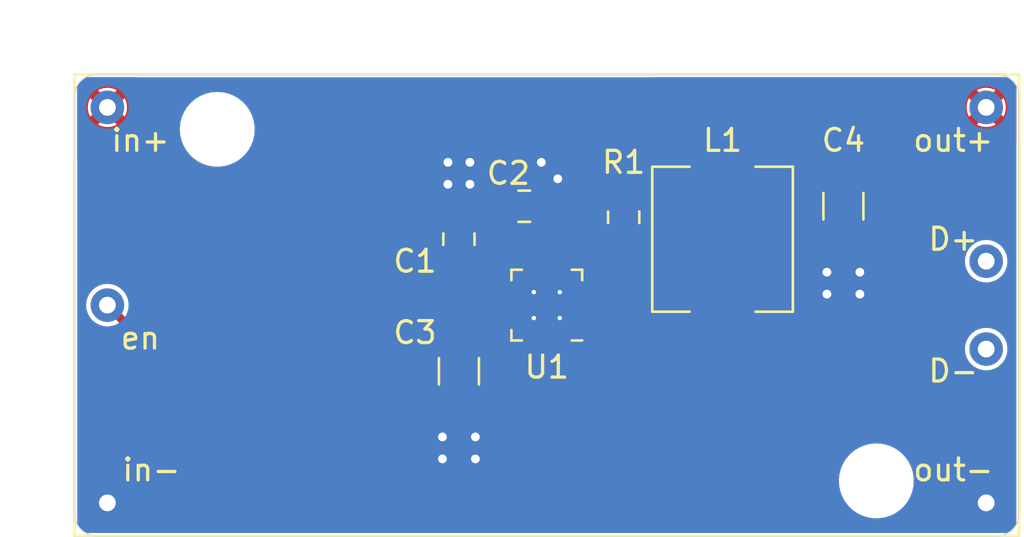
<source format=kicad_pcb>
(kicad_pcb (version 20200512) (host pcbnew "(5.99.0-1662-g9db296991)")

  (general
    (thickness 1.6)
    (drawings 8)
    (tracks 37)
    (modules 8)
    (nets 10)
  )

  (paper "A4")
  (layers
    (0 "F.Cu" signal)
    (31 "B.Cu" signal)
    (32 "B.Adhes" user)
    (33 "F.Adhes" user)
    (34 "B.Paste" user)
    (35 "F.Paste" user)
    (36 "B.SilkS" user)
    (37 "F.SilkS" user hide)
    (38 "B.Mask" user)
    (39 "F.Mask" user)
    (40 "Dwgs.User" user)
    (41 "Cmts.User" user)
    (42 "Eco1.User" user)
    (43 "Eco2.User" user)
    (44 "Edge.Cuts" user)
    (45 "Margin" user)
    (46 "B.CrtYd" user hide)
    (47 "F.CrtYd" user hide)
    (48 "B.Fab" user hide)
    (49 "F.Fab" user hide)
  )

  (setup
    (stackup
      (layer "F.SilkS" (type "Top Silk Screen"))
      (layer "F.Paste" (type "Top Solder Paste"))
      (layer "F.Mask" (type "Top Solder Mask") (color "Green") (thickness 0.01))
      (layer "F.Cu" (type "copper") (thickness 0.035))
      (layer "dielectric 1" (type "core") (thickness 1.51) (material "FR4") (epsilon_r 4.5) (loss_tangent 0.02))
      (layer "B.Cu" (type "copper") (thickness 0.035))
      (layer "B.Mask" (type "Bottom Solder Mask") (color "Green") (thickness 0.01))
      (layer "B.Paste" (type "Bottom Solder Paste"))
      (layer "B.SilkS" (type "Bottom Silk Screen"))
      (copper_finish "None")
      (dielectric_constraints no)
    )
    (last_trace_width 0.25)
    (user_trace_width 0.381)
    (trace_clearance 0.2)
    (zone_clearance 0.127)
    (zone_45_only no)
    (trace_min 0.127)
    (clearance_min 0.127)
    (via_min_annulus 0.05)
    (via_min_size 0.4)
    (through_hole_min 0.3)
    (via_size 0.8)
    (via_drill 0.4)
    (uvia_size 0.3)
    (uvia_drill 0.1)
    (uvias_allowed no)
    (uvia_min_size 0.2)
    (uvia_min_drill 0.1)
    (max_error 0.005)
    (filled_areas_thickness no)
    (defaults
      (edge_clearance 0.01)
      (edge_cuts_line_width 0.05)
      (courtyard_line_width 0.05)
      (copper_line_width 0.2)
      (copper_text_dims (size 1.5 1.5) (thickness 0.3))
      (silk_line_width 0.12)
      (silk_text_dims (size 1 1) (thickness 0.15))
      (fab_layers_line_width 0.1)
      (fab_layers_text_dims (size 1 1) (thickness 0.15))
      (other_layers_line_width 0.1)
      (other_layers_text_dims (size 1 1) (thickness 0.15))
      (dimension_units 0)
      (dimension_precision 1)
    )
    (pad_size 1.524 1.524)
    (pad_drill 0.762)
    (pad_to_mask_clearance 0.05)
    (aux_axis_origin 0 0)
    (visible_elements 7FFFFFFF)
    (pcbplotparams
      (layerselection 0x010fc_ffffffff)
      (usegerberextensions false)
      (usegerberattributes true)
      (usegerberadvancedattributes true)
      (creategerberjobfile true)
      (svguseinch false)
      (svgprecision 6)
      (excludeedgelayer true)
      (linewidth 0.100000)
      (plotframeref false)
      (viasonmask false)
      (mode 1)
      (useauxorigin false)
      (hpglpennumber 1)
      (hpglpenspeed 20)
      (hpglpendiameter 15.000000)
      (psnegative false)
      (psa4output false)
      (plotreference true)
      (plotvalue true)
      (plotinvisibletext false)
      (sketchpadsonfab false)
      (subtractmaskfromsilk false)
      (outputformat 1)
      (mirror false)
      (drillshape 1)
      (scaleselection 1)
      (outputdirectory "")
    )
  )

  (net 0 "")
  (net 1 "Net-(C2-Pad1)")
  (net 2 "Net-(DB1-Pad6)")
  (net 3 "Net-(DB1-Pad7)")
  (net 4 "Net-(L1-Pad1)")
  (net 5 "Net-(R1-Pad1)")
  (net 6 "GNDREF")
  (net 7 "/Vin")
  (net 8 "/+5V")
  (net 9 "/EN")

  (net_class "Default" "This is the default net class."
    (clearance 0.2)
    (trace_width 0.25)
    (via_dia 0.8)
    (via_drill 0.4)
    (uvia_dia 0.3)
    (uvia_drill 0.1)
    (add_net "/+5V")
    (add_net "/EN")
    (add_net "/Vin")
    (add_net "GNDREF")
    (add_net "Net-(C2-Pad1)")
    (add_net "Net-(DB1-Pad6)")
    (add_net "Net-(DB1-Pad7)")
    (add_net "Net-(L1-Pad1)")
    (add_net "Net-(R1-Pad1)")
  )

  (module "Inductor_SMD:L_6.3x6.3_H3" (layer "F.Cu") (tedit 5EC99EE5) (tstamp dba6d136-f62d-41bc-82e3-74ceb877ff86)
    (at 40 18 90)
    (descr "Choke, SMD, 6.3x6.3mm 3mm height")
    (tags "Choke SMD")
    (path "/63007f3e-7661-40ac-a104-bd4a437b9a2c")
    (attr smd)
    (fp_text reference "L1" (at 4.5 0 180) (layer "F.SilkS")
      (effects (font (size 1 1) (thickness 0.15)))
    )
    (fp_text value "2.2µH" (at 0 4.45 90) (layer "F.Fab")
      (effects (font (size 1 1) (thickness 0.15)))
    )
    (fp_arc (start 0 0) (end 1.91 1.91) (angle 90) (layer "F.Fab") (width 0.1))
    (fp_arc (start 0 0) (end -1.91 -1.91) (angle 90) (layer "F.Fab") (width 0.1))
    (fp_line (start -3.15 3.15) (end 3.15 3.15) (layer "F.Fab") (width 0.1))
    (fp_line (start -3.15 -3.15) (end 3.15 -3.15) (layer "F.Fab") (width 0.1))
    (fp_line (start -3.15 -3.15) (end -3.15 -1.5) (layer "F.Fab") (width 0.1))
    (fp_line (start -3.15 3.15) (end -3.15 1.5) (layer "F.Fab") (width 0.1))
    (fp_line (start 3.15 -3.15) (end 3.15 -1.5) (layer "F.Fab") (width 0.1))
    (fp_line (start 3.15 3.15) (end 3.15 1.5) (layer "F.Fab") (width 0.1))
    (fp_line (start 3.75 -3.4) (end -3.75 -3.4) (layer "F.CrtYd") (width 0.05))
    (fp_line (start 3.75 3.4) (end 3.75 -3.4) (layer "F.CrtYd") (width 0.05))
    (fp_line (start -3.75 3.4) (end 3.75 3.4) (layer "F.CrtYd") (width 0.05))
    (fp_line (start -3.75 -3.4) (end -3.75 3.4) (layer "F.CrtYd") (width 0.05))
    (fp_line (start 3.3 -3.2) (end 3.3 -1.5) (layer "F.SilkS") (width 0.12))
    (fp_line (start -3.3 -3.2) (end 3.3 -3.2) (layer "F.SilkS") (width 0.12))
    (fp_line (start -3.3 -1.5) (end -3.3 -3.2) (layer "F.SilkS") (width 0.12))
    (fp_line (start -3.3 3.2) (end -3.3 1.5) (layer "F.SilkS") (width 0.12))
    (fp_line (start 3.3 3.2) (end -3.3 3.2) (layer "F.SilkS") (width 0.12))
    (fp_line (start 3.3 1.5) (end 3.3 3.2) (layer "F.SilkS") (width 0.12))
    (fp_text user "${REFERENCE}" (at 0 0 90) (layer "F.Fab")
      (effects (font (size 1 1) (thickness 0.15)))
    )
    (pad "2" smd rect (at 2.75 0 90) (size 1.5 2.4) (layers "F.Cu" "F.Paste" "F.Mask")
      (net 8 "/+5V") (tstamp 7e39eed1-2110-45f4-86a4-045cb489fd37))
    (pad "1" smd rect (at -2.75 0 90) (size 1.5 2.4) (layers "F.Cu" "F.Paste" "F.Mask")
      (net 4 "Net-(L1-Pad1)") (tstamp 707ca7a9-d254-4533-badd-a9ddac8e93ee))
    (model "${KISYS3DMOD}/Inductor_SMD.3dshapes/L_6.3x6.3_H3.wrl"
      (at (xyz 0 0 0))
      (scale (xyz 1 1 1))
      (rotate (xyz 0 0 0))
    )
    (model "${KISYS3DMOD}/Inductor_SMD.3dshapes/L_Bourns_SRR1260.wrl"
      (at (xyz 0 0 0))
      (scale (xyz 0.5 0.5 0.5))
      (rotate (xyz 0 0 0))
    )
  )

  (module "Package_DFN_QFN:VQFN-16-1EP_3x3mm_P0.5mm_EP1.68x1.68mm_ThermalVias" (layer "F.Cu") (tedit 5EC99E03) (tstamp 03ddbedc-5dcb-49a6-9aed-e9576649a607)
    (at 32 21 180)
    (descr "VQFN, 16 Pin (http://www.ti.com/lit/ds/symlink/tlv62095.pdf), generated with kicad-footprint-generator ipc_noLead_generator.py")
    (tags "VQFN NoLead")
    (path "/f1482d05-c58e-4233-b640-16428b63b3f6")
    (attr smd)
    (fp_text reference "U1" (at 0 -2.82 180) (layer "F.SilkS")
      (effects (font (size 1 1) (thickness 0.15)))
    )
    (fp_text value "TPS62133" (at 0 2.82 180) (layer "F.Fab")
      (effects (font (size 1 1) (thickness 0.15)))
    )
    (fp_text user "${REFERENCE}" (at 0 0 180) (layer "F.Fab")
      (effects (font (size 0.75 0.75) (thickness 0.11)))
    )
    (fp_line (start 2.12 -2.12) (end -2.12 -2.12) (layer "F.CrtYd") (width 0.05))
    (fp_line (start 2.12 2.12) (end 2.12 -2.12) (layer "F.CrtYd") (width 0.05))
    (fp_line (start -2.12 2.12) (end 2.12 2.12) (layer "F.CrtYd") (width 0.05))
    (fp_line (start -2.12 -2.12) (end -2.12 2.12) (layer "F.CrtYd") (width 0.05))
    (fp_line (start -1.5 -0.75) (end -0.75 -1.5) (layer "F.Fab") (width 0.1))
    (fp_line (start -1.5 1.5) (end -1.5 -0.75) (layer "F.Fab") (width 0.1))
    (fp_line (start 1.5 1.5) (end -1.5 1.5) (layer "F.Fab") (width 0.1))
    (fp_line (start 1.5 -1.5) (end 1.5 1.5) (layer "F.Fab") (width 0.1))
    (fp_line (start -0.75 -1.5) (end 1.5 -1.5) (layer "F.Fab") (width 0.1))
    (fp_line (start -1.135 -1.61) (end -1.61 -1.61) (layer "F.SilkS") (width 0.12))
    (fp_line (start 1.61 1.61) (end 1.61 1.135) (layer "F.SilkS") (width 0.12))
    (fp_line (start 1.135 1.61) (end 1.61 1.61) (layer "F.SilkS") (width 0.12))
    (fp_line (start -1.61 1.61) (end -1.61 1.135) (layer "F.SilkS") (width 0.12))
    (fp_line (start -1.135 1.61) (end -1.61 1.61) (layer "F.SilkS") (width 0.12))
    (fp_line (start 1.61 -1.61) (end 1.61 -1.135) (layer "F.SilkS") (width 0.12))
    (fp_line (start 1.135 -1.61) (end 1.61 -1.61) (layer "F.SilkS") (width 0.12))
    (pad "" smd roundrect (at 0.42 0.42 180) (size 0.73 0.73) (layers "F.Paste") (roundrect_rratio 0.25) (tstamp fb7cf0f4-3cf9-4da9-9399-20968bd1716d))
    (pad "" smd roundrect (at 0.42 -0.42 180) (size 0.73 0.73) (layers "F.Paste") (roundrect_rratio 0.25) (tstamp 5954d15b-0a3b-4378-ad0a-3d31e8dea3d3))
    (pad "" smd roundrect (at -0.42 0.42 180) (size 0.73 0.73) (layers "F.Paste") (roundrect_rratio 0.25) (tstamp cd0b6d1e-f00c-4a07-863f-b9fb28546fc8))
    (pad "" smd roundrect (at -0.42 -0.42 180) (size 0.73 0.73) (layers "F.Paste") (roundrect_rratio 0.25) (tstamp 1cf82cd4-7823-4523-aff4-fdebe5057d05))
    (pad "17" smd rect (at 0 0 180) (size 1.68 1.68) (layers "B.Cu")
      (net 6 "GNDREF") (pinfunction "EP") (tstamp ca7025ac-aed2-4658-9309-05d5c139002b))
    (pad "17" thru_hole circle (at 0.59 0.59 180) (size 0.5 0.5) (drill 0.2) (layers *.Cu)
      (net 6 "GNDREF") (pinfunction "EP") (tstamp e30e30c3-2f7e-49ac-a3b3-d427100ffe21))
    (pad "17" thru_hole circle (at -0.59 0.59 180) (size 0.5 0.5) (drill 0.2) (layers *.Cu)
      (net 6 "GNDREF") (pinfunction "EP") (tstamp 991d7e16-ff2d-4988-858a-2bf112b05bbb))
    (pad "17" thru_hole circle (at 0.59 -0.59 180) (size 0.5 0.5) (drill 0.2) (layers *.Cu)
      (net 6 "GNDREF") (pinfunction "EP") (tstamp edfb8c19-20dd-4ad3-b363-6c2fdaec53c7))
    (pad "17" thru_hole circle (at -0.59 -0.59 180) (size 0.5 0.5) (drill 0.2) (layers *.Cu)
      (net 6 "GNDREF") (pinfunction "EP") (tstamp 590f9e36-89a9-46c0-888c-cd9c7d53a813))
    (pad "17" smd rect (at 0 0 180) (size 1.68 1.68) (layers "F.Cu" "F.Mask")
      (net 6 "GNDREF") (pinfunction "EP") (tstamp 30f7fc08-54f6-43b4-9c83-50f0cf67978b))
    (pad "16" smd roundrect (at -0.75 -1.4625 180) (size 0.25 0.825) (layers "F.Cu" "F.Paste" "F.Mask") (roundrect_rratio 0.25)
      (net 6 "GNDREF") (pinfunction "PGND") (tstamp 71f4bcb6-2de3-4def-acb1-1e5e8605cabd))
    (pad "15" smd roundrect (at -0.25 -1.4625 180) (size 0.25 0.825) (layers "F.Cu" "F.Paste" "F.Mask") (roundrect_rratio 0.25)
      (net 6 "GNDREF") (pinfunction "PGND") (tstamp f2b0f33b-0e16-4599-a24b-90aa79b480b4))
    (pad "14" smd roundrect (at 0.25 -1.4625 180) (size 0.25 0.825) (layers "F.Cu" "F.Paste" "F.Mask") (roundrect_rratio 0.25)
      (net 8 "/+5V") (pinfunction "VOS") (tstamp 23ba9dd4-5caf-4275-a8ac-ddc09994d9d0))
    (pad "13" smd roundrect (at 0.75 -1.4625 180) (size 0.25 0.825) (layers "F.Cu" "F.Paste" "F.Mask") (roundrect_rratio 0.25)
      (net 9 "/EN") (pinfunction "en") (tstamp 9f43ddfc-567a-4519-8478-25496ea46342))
    (pad "12" smd roundrect (at 1.4625 -0.75 180) (size 0.825 0.25) (layers "F.Cu" "F.Paste" "F.Mask") (roundrect_rratio 0.25)
      (net 7 "/Vin") (pinfunction "PVin") (tstamp a72cee26-1de5-4c2e-a8e3-6e3b5b3d784f))
    (pad "11" smd roundrect (at 1.4625 -0.25 180) (size 0.825 0.25) (layers "F.Cu" "F.Paste" "F.Mask") (roundrect_rratio 0.25)
      (net 7 "/Vin") (pinfunction "PVin") (tstamp 86a264d0-9a16-45e4-a31e-63d18cd5f050))
    (pad "10" smd roundrect (at 1.4625 0.25 180) (size 0.825 0.25) (layers "F.Cu" "F.Paste" "F.Mask") (roundrect_rratio 0.25)
      (net 7 "/Vin") (pinfunction "AVin") (tstamp 99ba74b6-f0eb-4a77-ae82-c0d6948a42f8))
    (pad "9" smd roundrect (at 1.4625 0.75 180) (size 0.825 0.25) (layers "F.Cu" "F.Paste" "F.Mask") (roundrect_rratio 0.25)
      (net 1 "Net-(C2-Pad1)") (pinfunction "SS_TR") (tstamp 27183d50-1ee2-49df-8ee1-5a7baec279ea))
    (pad "8" smd roundrect (at 0.75 1.4625 180) (size 0.25 0.825) (layers "F.Cu" "F.Paste" "F.Mask") (roundrect_rratio 0.25)
      (net 6 "GNDREF") (pinfunction "DEF") (tstamp 54caf56d-4af1-4633-9ac3-c4430145f902))
    (pad "7" smd roundrect (at 0.25 1.4625 180) (size 0.25 0.825) (layers "F.Cu" "F.Paste" "F.Mask") (roundrect_rratio 0.25)
      (net 8 "/+5V") (pinfunction "FSW") (tstamp 70fbb1c1-eda9-42ed-9d5e-1e3505b303c5))
    (pad "6" smd roundrect (at -0.25 1.4625 180) (size 0.25 0.825) (layers "F.Cu" "F.Paste" "F.Mask") (roundrect_rratio 0.25)
      (net 6 "GNDREF") (pinfunction "AGND") (tstamp 0afd6d55-9d7a-4d59-adc7-8b6e40132a13))
    (pad "5" smd roundrect (at -0.75 1.4625 180) (size 0.25 0.825) (layers "F.Cu" "F.Paste" "F.Mask") (roundrect_rratio 0.25)
      (net 6 "GNDREF") (pinfunction "FB") (tstamp 23dd0eef-8ef6-44a9-926a-221f719cd81e))
    (pad "4" smd roundrect (at -1.4625 0.75 180) (size 0.825 0.25) (layers "F.Cu" "F.Paste" "F.Mask") (roundrect_rratio 0.25)
      (net 5 "Net-(R1-Pad1)") (pinfunction "PG") (tstamp 7fe302a1-d82c-4f29-b581-51672de17af1))
    (pad "3" smd roundrect (at -1.4625 0.25 180) (size 0.825 0.25) (layers "F.Cu" "F.Paste" "F.Mask") (roundrect_rratio 0.25)
      (net 4 "Net-(L1-Pad1)") (pinfunction "SW") (tstamp 762d6128-f932-42f2-8747-b0ac9099c6dc))
    (pad "2" smd roundrect (at -1.4625 -0.25 180) (size 0.825 0.25) (layers "F.Cu" "F.Paste" "F.Mask") (roundrect_rratio 0.25)
      (net 4 "Net-(L1-Pad1)") (pinfunction "SW") (tstamp 5416f1d0-28fc-418a-a445-df4bff88fa98))
    (pad "1" smd roundrect (at -1.4625 -0.75 180) (size 0.825 0.25) (layers "F.Cu" "F.Paste" "F.Mask") (roundrect_rratio 0.25)
      (net 4 "Net-(L1-Pad1)") (pinfunction "SW") (tstamp 82735c3e-7233-4328-90d2-166f7ba4bf9e))
    (model "${KISYS3DMOD}/Package_DFN_QFN.3dshapes/VQFN-16-1EP_3x3mm_P0.5mm_EP1.68x1.68mm.wrl"
      (at (xyz 0 0 0))
      (scale (xyz 1 1 1))
      (rotate (xyz 0 0 0))
    )
    (model "${KISYS3DMOD}/Package_DFN_QFN.3dshapes/UQFN-16-1EP_3x3mm_P0.5mm_EP1.75x1.75mm.step"
      (at (xyz 0 0 0))
      (scale (xyz 1 1 1))
      (rotate (xyz 0 0 0))
    )
  )

  (module "Capacitor_SMD:C_1206_3216Metric_Pad1.42x1.75mm_HandSolder" (layer "F.Cu") (tedit 5B301BBE) (tstamp 9726051b-9829-4487-a51c-6de4ed5f1e8a)
    (at 45.5 16.5 -90)
    (descr "Capacitor SMD 1206 (3216 Metric), square (rectangular) end terminal, IPC_7351 nominal with elongated pad for handsoldering. (Body size source: http://www.tortai-tech.com/upload/download/2011102023233369053.pdf), generated with kicad-footprint-generator")
    (tags "capacitor handsolder")
    (path "/0a45903b-3d52-4936-8fb5-29c9ecfdafe6")
    (attr smd)
    (fp_text reference "C4" (at -3 0 180) (layer "F.SilkS")
      (effects (font (size 1 1) (thickness 0.15)))
    )
    (fp_text value "22µF" (at 0 1.43 90) (layer "F.Fab")
      (effects (font (size 1 1) (thickness 0.15)))
    )
    (fp_text user "${REFERENCE}" (at 0 0 90) (layer "F.Fab")
      (effects (font (size 0.4 0.4) (thickness 0.06)))
    )
    (fp_line (start 2.45 1.12) (end -2.45 1.12) (layer "F.CrtYd") (width 0.05))
    (fp_line (start 2.45 -1.12) (end 2.45 1.12) (layer "F.CrtYd") (width 0.05))
    (fp_line (start -2.45 -1.12) (end 2.45 -1.12) (layer "F.CrtYd") (width 0.05))
    (fp_line (start -2.45 1.12) (end -2.45 -1.12) (layer "F.CrtYd") (width 0.05))
    (fp_line (start -0.602064 0.91) (end 0.602064 0.91) (layer "F.SilkS") (width 0.12))
    (fp_line (start -0.602064 -0.91) (end 0.602064 -0.91) (layer "F.SilkS") (width 0.12))
    (fp_line (start 1.6 0.8) (end -1.6 0.8) (layer "F.Fab") (width 0.1))
    (fp_line (start 1.6 -0.8) (end 1.6 0.8) (layer "F.Fab") (width 0.1))
    (fp_line (start -1.6 -0.8) (end 1.6 -0.8) (layer "F.Fab") (width 0.1))
    (fp_line (start -1.6 0.8) (end -1.6 -0.8) (layer "F.Fab") (width 0.1))
    (pad "2" smd roundrect (at 1.4875 0 270) (size 1.425 1.75) (layers "F.Cu" "F.Paste" "F.Mask") (roundrect_rratio 0.175439)
      (net 6 "GNDREF") (tstamp 6c7176ab-50e8-4bca-ab54-2e0f8e1a6d69))
    (pad "1" smd roundrect (at -1.4875 0 270) (size 1.425 1.75) (layers "F.Cu" "F.Paste" "F.Mask") (roundrect_rratio 0.175439)
      (net 8 "/+5V") (tstamp 0da95a37-3ed3-4e64-b241-63e927c7e1de))
    (model "${KISYS3DMOD}/Capacitor_SMD.3dshapes/C_0603_1608Metric.wrl"
      (at (xyz 0 0 0))
      (scale (xyz 1 1 1))
      (rotate (xyz 0 0 0))
    )
  )

  (module "Daughterboards:DB_43x21" (layer "F.Cu") (tedit 5EC9962B) (tstamp ff6d3b28-2b51-4879-8be4-258ff2d66f43)
    (at 10.5 10.5)
    (path "/c65c6eec-2efe-4e3d-bb6f-04dc1189683d")
    (fp_text reference "DB1" (at 1.5 -0.75) (layer "F.SilkS") hide
      (effects (font (size 1 1) (thickness 0.15)))
    )
    (fp_text value "DB_42x21" (at 20.32 5.08) (layer "F.Fab")
      (effects (font (size 1 1) (thickness 0.15)))
    )
    (fp_line (start 22.86 -2.54) (end 43.18 -2.54) (layer "Dwgs.User") (width 0.12))
    (fp_line (start -2.54 0) (end -2.54 7.62) (layer "Dwgs.User") (width 0.12))
    (fp_text user "21mm" (at -2.54 10.16 90 unlocked) (layer "Dwgs.User")
      (effects (font (size 1 1) (thickness 0.15)))
    )
    (fp_text user "43mm" (at 20.32 -2.54 unlocked) (layer "Dwgs.User")
      (effects (font (size 1 1) (thickness 0.15)))
    )
    (fp_line (start -2.54 12.7) (end -2.54 20.32) (layer "Dwgs.User") (width 0.12))
    (fp_line (start 0 -2.54) (end 17.78 -2.54) (layer "Dwgs.User") (width 0.12))
    (fp_line (start 43 0) (end 43 21) (layer "F.CrtYd") (width 0.12))
    (fp_line (start 43 0) (end 43 21) (layer "F.SilkS") (width 0.12))
    (fp_line (start 0 21) (end 0 0) (layer "F.CrtYd") (width 0.12))
    (fp_line (start 43 21) (end 0 21) (layer "F.CrtYd") (width 0.12))
    (fp_line (start 0 0) (end 43 0) (layer "F.CrtYd") (width 0.12))
    (fp_line (start 0 21) (end 0 0) (layer "F.SilkS") (width 0.12))
    (fp_line (start 43 21) (end 0 21) (layer "F.SilkS") (width 0.12))
    (fp_line (start 0 0) (end 43 0) (layer "F.SilkS") (width 0.12))
    (fp_text user "in+" (at 3 3) (layer "F.SilkS")
      (effects (font (size 1 1) (thickness 0.15)))
    )
    (fp_text user "D+" (at 40 7.5) (layer "F.SilkS")
      (effects (font (size 1 1) (thickness 0.15)))
    )
    (fp_text user "in-" (at 3.5 18) (layer "F.SilkS")
      (effects (font (size 1 1) (thickness 0.15)))
    )
    (fp_text user "D-" (at 40 13.5) (layer "F.SilkS")
      (effects (font (size 1 1) (thickness 0.15)))
    )
    (fp_text user "out+" (at 40 3) (layer "F.SilkS")
      (effects (font (size 1 1) (thickness 0.15)))
    )
    (fp_text user "en" (at 3 12) (layer "F.SilkS")
      (effects (font (size 1 1) (thickness 0.15)))
    )
    (fp_text user "out-" (at 40 18) (layer "F.SilkS")
      (effects (font (size 1 1) (thickness 0.15)))
    )
    (pad "1" thru_hole circle (at 1.5 1.5) (size 1.524 1.524) (drill 0.762) (layers *.Cu *.Mask)
      (net 7 "/Vin") (pinfunction "in+") (tstamp 160172a3-c22e-4bb5-9ee3-8e5476660768))
    (pad "2" thru_hole circle (at 1.5 19.5) (size 1.524 1.524) (drill 0.762) (layers *.Cu *.Mask)
      (net 6 "GNDREF") (pinfunction "GND") (tstamp 1e3f4cb4-d482-44e7-bb07-8a639c2bf220))
    (pad "" np_thru_hole circle (at 6.5 2.5) (size 3 3) (drill 3) (layers *.Cu *.Mask) (tstamp c62ffdf4-b107-47c2-b244-63978219e3ce))
    (pad "5" thru_hole circle (at 1.5 10.5) (size 1.524 1.524) (drill 0.762) (layers *.Cu *.Mask)
      (net 9 "/EN") (pinfunction "en") (tstamp 5debef9c-6499-4fb3-b052-9c1c2cd41e7c))
    (pad "4" thru_hole circle (at 41.5 19.5) (size 1.524 1.524) (drill 0.762) (layers *.Cu *.Mask)
      (net 6 "GNDREF") (pinfunction "GND") (tstamp 5e95701f-612c-443d-8176-5f5aabc426ac))
    (pad "" np_thru_hole circle (at 36.5 18.5) (size 3 3) (drill 3) (layers *.Cu *.Mask) (tstamp 7da3c5e6-9daa-45e5-8180-5a2c3eaa80ca))
    (pad "6" thru_hole circle (at 41.5 8.5) (size 1.524 1.524) (drill 0.762) (layers *.Cu *.Mask)
      (net 2 "Net-(DB1-Pad6)") (pinfunction "D+") (tstamp 07c327e8-bbcf-4aa5-83db-11345bd1b5bb))
    (pad "3" thru_hole circle (at 41.5 1.5) (size 1.524 1.524) (drill 0.762) (layers *.Cu *.Mask)
      (net 8 "/+5V") (pinfunction "out+") (tstamp 61ab4b0e-e3d0-4564-bec7-58e0e1b026a5))
    (pad "7" thru_hole circle (at 41.5 12.5) (size 1.524 1.524) (drill 0.762) (layers *.Cu *.Mask)
      (net 3 "Net-(DB1-Pad7)") (pinfunction "D-") (tstamp e2681d0b-7dba-4435-be8e-c7550e1d3d24))
    (model "${KISYS3DMOD}/Connector_PinHeader_2.54mm.3dshapes/PinHeader_1x01_P2.54mm_Vertical.wrl"
      (offset (xyz 1.5 -1.5 -1.8))
      (scale (xyz 1 1 1))
      (rotate (xyz 180 0 0))
    )
    (model "${KISYS3DMOD}/Connector_PinHeader_2.54mm.3dshapes/PinHeader_1x01_P2.54mm_Vertical.wrl"
      (offset (xyz 41.5 -1.5 -1.8))
      (scale (xyz 1 1 1))
      (rotate (xyz 180 0 0))
    )
    (model "${KISYS3DMOD}/Connector_PinHeader_2.54mm.3dshapes/PinHeader_1x01_P2.54mm_Vertical.wrl"
      (offset (xyz 41.5 -8.5 -1.8))
      (scale (xyz 1 1 1))
      (rotate (xyz 180 0 0))
    )
    (model "${KISYS3DMOD}/Connector_PinHeader_2.54mm.3dshapes/PinHeader_1x01_P2.54mm_Vertical.wrl"
      (offset (xyz 41.5 -12.5 -1.8))
      (scale (xyz 1 1 1))
      (rotate (xyz 180 0 0))
    )
    (model "${KISYS3DMOD}/Connector_PinHeader_2.54mm.3dshapes/PinHeader_1x01_P2.54mm_Vertical.wrl"
      (offset (xyz 41.5 -19.5 -1.8))
      (scale (xyz 1 1 1))
      (rotate (xyz 180 0 0))
    )
    (model "${KISYS3DMOD}/Connector_PinHeader_2.54mm.3dshapes/PinHeader_1x01_P2.54mm_Vertical.wrl"
      (offset (xyz 1.5 -19.5 -1.8))
      (scale (xyz 1 1 1))
      (rotate (xyz 180 0 0))
    )
    (model "${KISYS3DMOD}/Connector_PinHeader_2.54mm.3dshapes/PinHeader_1x01_P2.54mm_Vertical.wrl"
      (offset (xyz 1.5 -10.5 -1.8))
      (scale (xyz 1 1 1))
      (rotate (xyz 180 0 0))
    )
  )

  (module "Resistor_SMD:R_0805_2012Metric_Pad1.15x1.40mm_HandSolder" (layer "F.Cu") (tedit 5B36C52B) (tstamp 2abed1be-5bb8-4e73-90c8-1735eafd54b2)
    (at 35.5 17 90)
    (descr "Resistor SMD 0805 (2012 Metric), square (rectangular) end terminal, IPC_7351 nominal with elongated pad for handsoldering. (Body size source: https://docs.google.com/spreadsheets/d/1BsfQQcO9C6DZCsRaXUlFlo91Tg2WpOkGARC1WS5S8t0/edit?usp=sharing), generated with kicad-footprint-generator")
    (tags "resistor handsolder")
    (path "/486c1189-10ac-4c9b-8653-01d5bcea019a")
    (attr smd)
    (fp_text reference "R1" (at 2.5 0 180) (layer "F.SilkS")
      (effects (font (size 1 1) (thickness 0.15)))
    )
    (fp_text value "100K" (at 0 1.65 90) (layer "F.Fab")
      (effects (font (size 1 1) (thickness 0.15)))
    )
    (fp_text user "${REFERENCE}" (at 0 0 90) (layer "F.Fab")
      (effects (font (size 0.5 0.5) (thickness 0.08)))
    )
    (fp_line (start 1.85 0.95) (end -1.85 0.95) (layer "F.CrtYd") (width 0.05))
    (fp_line (start 1.85 -0.95) (end 1.85 0.95) (layer "F.CrtYd") (width 0.05))
    (fp_line (start -1.85 -0.95) (end 1.85 -0.95) (layer "F.CrtYd") (width 0.05))
    (fp_line (start -1.85 0.95) (end -1.85 -0.95) (layer "F.CrtYd") (width 0.05))
    (fp_line (start -0.261252 0.71) (end 0.261252 0.71) (layer "F.SilkS") (width 0.12))
    (fp_line (start -0.261252 -0.71) (end 0.261252 -0.71) (layer "F.SilkS") (width 0.12))
    (fp_line (start 1 0.6) (end -1 0.6) (layer "F.Fab") (width 0.1))
    (fp_line (start 1 -0.6) (end 1 0.6) (layer "F.Fab") (width 0.1))
    (fp_line (start -1 -0.6) (end 1 -0.6) (layer "F.Fab") (width 0.1))
    (fp_line (start -1 0.6) (end -1 -0.6) (layer "F.Fab") (width 0.1))
    (pad "2" smd roundrect (at 1.025 0 90) (size 1.15 1.4) (layers "F.Cu" "F.Paste" "F.Mask") (roundrect_rratio 0.217391)
      (net 8 "/+5V") (tstamp be0a1f05-f98d-451e-9114-98f39d915389))
    (pad "1" smd roundrect (at -1.025 0 90) (size 1.15 1.4) (layers "F.Cu" "F.Paste" "F.Mask") (roundrect_rratio 0.217391)
      (net 5 "Net-(R1-Pad1)") (tstamp a5f14d15-53c3-45ae-9c5a-47458a8d69c6))
    (model "${KISYS3DMOD}/Resistor_SMD.3dshapes/R_0805_2012Metric.wrl"
      (at (xyz 0 0 0))
      (scale (xyz 1 1 1))
      (rotate (xyz 0 0 0))
    )
  )

  (module "Capacitor_SMD:C_1206_3216Metric_Pad1.42x1.75mm_HandSolder" (layer "F.Cu") (tedit 5B301BBE) (tstamp 9e1e1641-7062-4714-a896-b97cbde46deb)
    (at 28 24.0125 -90)
    (descr "Capacitor SMD 1206 (3216 Metric), square (rectangular) end terminal, IPC_7351 nominal with elongated pad for handsoldering. (Body size source: http://www.tortai-tech.com/upload/download/2011102023233369053.pdf), generated with kicad-footprint-generator")
    (tags "capacitor handsolder")
    (path "/f76cb8c9-e97e-43e9-994b-572b098b592d")
    (attr smd)
    (fp_text reference "C3" (at -1.7625 2 180) (layer "F.SilkS")
      (effects (font (size 1 1) (thickness 0.15)))
    )
    (fp_text value "10µF" (at 0 1.82 90) (layer "F.Fab")
      (effects (font (size 1 1) (thickness 0.15)))
    )
    (fp_text user "${REFERENCE}" (at 0 0 90) (layer "F.Fab")
      (effects (font (size 0.8 0.8) (thickness 0.12)))
    )
    (fp_line (start 2.45 1.12) (end -2.45 1.12) (layer "F.CrtYd") (width 0.05))
    (fp_line (start 2.45 -1.12) (end 2.45 1.12) (layer "F.CrtYd") (width 0.05))
    (fp_line (start -2.45 -1.12) (end 2.45 -1.12) (layer "F.CrtYd") (width 0.05))
    (fp_line (start -2.45 1.12) (end -2.45 -1.12) (layer "F.CrtYd") (width 0.05))
    (fp_line (start -0.602064 0.91) (end 0.602064 0.91) (layer "F.SilkS") (width 0.12))
    (fp_line (start -0.602064 -0.91) (end 0.602064 -0.91) (layer "F.SilkS") (width 0.12))
    (fp_line (start 1.6 0.8) (end -1.6 0.8) (layer "F.Fab") (width 0.1))
    (fp_line (start 1.6 -0.8) (end 1.6 0.8) (layer "F.Fab") (width 0.1))
    (fp_line (start -1.6 -0.8) (end 1.6 -0.8) (layer "F.Fab") (width 0.1))
    (fp_line (start -1.6 0.8) (end -1.6 -0.8) (layer "F.Fab") (width 0.1))
    (pad "2" smd roundrect (at 1.4875 0 270) (size 1.425 1.75) (layers "F.Cu" "F.Paste" "F.Mask") (roundrect_rratio 0.175439)
      (net 6 "GNDREF") (tstamp 6c7176ab-50e8-4bca-ab54-2e0f8e1a6d69))
    (pad "1" smd roundrect (at -1.4875 0 270) (size 1.425 1.75) (layers "F.Cu" "F.Paste" "F.Mask") (roundrect_rratio 0.175439)
      (net 7 "/Vin") (tstamp 0da95a37-3ed3-4e64-b241-63e927c7e1de))
    (model "${KISYS3DMOD}/Capacitor_SMD.3dshapes/C_1206_3216Metric.wrl"
      (at (xyz 0 0 0))
      (scale (xyz 1 1 1))
      (rotate (xyz 0 0 0))
    )
  )

  (module "Capacitor_SMD:C_0805_2012Metric_Pad1.15x1.40mm_HandSolder" (layer "F.Cu") (tedit 5B36C52B) (tstamp 98b62b9a-6950-4188-8d7e-82ca26070c6b)
    (at 30.975 16.5)
    (descr "Capacitor SMD 0805 (2012 Metric), square (rectangular) end terminal, IPC_7351 nominal with elongated pad for handsoldering. (Body size source: https://docs.google.com/spreadsheets/d/1BsfQQcO9C6DZCsRaXUlFlo91Tg2WpOkGARC1WS5S8t0/edit?usp=sharing), generated with kicad-footprint-generator")
    (tags "capacitor handsolder")
    (path "/7d1fd7d5-2b9c-43ad-9d61-276daf86cc0c")
    (attr smd)
    (fp_text reference "C2" (at -0.725 -1.5) (layer "F.SilkS")
      (effects (font (size 1 1) (thickness 0.15)))
    )
    (fp_text value "620pF" (at 0 1.65) (layer "F.Fab")
      (effects (font (size 1 1) (thickness 0.15)))
    )
    (fp_text user "${REFERENCE}" (at 0 0) (layer "F.Fab")
      (effects (font (size 0.5 0.5) (thickness 0.08)))
    )
    (fp_line (start 1.85 0.95) (end -1.85 0.95) (layer "F.CrtYd") (width 0.05))
    (fp_line (start 1.85 -0.95) (end 1.85 0.95) (layer "F.CrtYd") (width 0.05))
    (fp_line (start -1.85 -0.95) (end 1.85 -0.95) (layer "F.CrtYd") (width 0.05))
    (fp_line (start -1.85 0.95) (end -1.85 -0.95) (layer "F.CrtYd") (width 0.05))
    (fp_line (start -0.261252 0.71) (end 0.261252 0.71) (layer "F.SilkS") (width 0.12))
    (fp_line (start -0.261252 -0.71) (end 0.261252 -0.71) (layer "F.SilkS") (width 0.12))
    (fp_line (start 1 0.6) (end -1 0.6) (layer "F.Fab") (width 0.1))
    (fp_line (start 1 -0.6) (end 1 0.6) (layer "F.Fab") (width 0.1))
    (fp_line (start -1 -0.6) (end 1 -0.6) (layer "F.Fab") (width 0.1))
    (fp_line (start -1 0.6) (end -1 -0.6) (layer "F.Fab") (width 0.1))
    (pad "2" smd roundrect (at 1.025 0) (size 1.15 1.4) (layers "F.Cu" "F.Paste" "F.Mask") (roundrect_rratio 0.217391)
      (net 6 "GNDREF") (tstamp 14719395-db60-498f-90f6-2937e6798992))
    (pad "1" smd roundrect (at -1.025 0) (size 1.15 1.4) (layers "F.Cu" "F.Paste" "F.Mask") (roundrect_rratio 0.217391)
      (net 1 "Net-(C2-Pad1)") (tstamp 93db0968-6c1b-4a62-b7aa-e8b6b818e126))
    (model "${KISYS3DMOD}/Capacitor_SMD.3dshapes/C_0805_2012Metric.wrl"
      (at (xyz 0 0 0))
      (scale (xyz 1 1 1))
      (rotate (xyz 0 0 0))
    )
  )

  (module "Capacitor_SMD:C_0805_2012Metric_Pad1.15x1.40mm_HandSolder" (layer "F.Cu") (tedit 5B36C52B) (tstamp 60f19bc5-41ed-4136-babb-bd082658c0ad)
    (at 28 18 90)
    (descr "Capacitor SMD 0805 (2012 Metric), square (rectangular) end terminal, IPC_7351 nominal with elongated pad for handsoldering. (Body size source: https://docs.google.com/spreadsheets/d/1BsfQQcO9C6DZCsRaXUlFlo91Tg2WpOkGARC1WS5S8t0/edit?usp=sharing), generated with kicad-footprint-generator")
    (tags "capacitor handsolder")
    (path "/d9dfa453-db02-4981-8156-77a74b3e0e1a")
    (attr smd)
    (fp_text reference "C1" (at -1 -2 180) (layer "F.SilkS")
      (effects (font (size 1 1) (thickness 0.15)))
    )
    (fp_text value "100nF" (at 0 1.65 90) (layer "F.Fab")
      (effects (font (size 1 1) (thickness 0.15)))
    )
    (fp_text user "${REFERENCE}" (at 0 0 90) (layer "F.Fab")
      (effects (font (size 0.5 0.5) (thickness 0.08)))
    )
    (fp_line (start 1.85 0.95) (end -1.85 0.95) (layer "F.CrtYd") (width 0.05))
    (fp_line (start 1.85 -0.95) (end 1.85 0.95) (layer "F.CrtYd") (width 0.05))
    (fp_line (start -1.85 -0.95) (end 1.85 -0.95) (layer "F.CrtYd") (width 0.05))
    (fp_line (start -1.85 0.95) (end -1.85 -0.95) (layer "F.CrtYd") (width 0.05))
    (fp_line (start -0.261252 0.71) (end 0.261252 0.71) (layer "F.SilkS") (width 0.12))
    (fp_line (start -0.261252 -0.71) (end 0.261252 -0.71) (layer "F.SilkS") (width 0.12))
    (fp_line (start 1 0.6) (end -1 0.6) (layer "F.Fab") (width 0.1))
    (fp_line (start 1 -0.6) (end 1 0.6) (layer "F.Fab") (width 0.1))
    (fp_line (start -1 -0.6) (end 1 -0.6) (layer "F.Fab") (width 0.1))
    (fp_line (start -1 0.6) (end -1 -0.6) (layer "F.Fab") (width 0.1))
    (pad "2" smd roundrect (at 1.025 0 90) (size 1.15 1.4) (layers "F.Cu" "F.Paste" "F.Mask") (roundrect_rratio 0.217391)
      (net 6 "GNDREF") (tstamp 14719395-db60-498f-90f6-2937e6798992))
    (pad "1" smd roundrect (at -1.025 0 90) (size 1.15 1.4) (layers "F.Cu" "F.Paste" "F.Mask") (roundrect_rratio 0.217391)
      (net 7 "/Vin") (tstamp 93db0968-6c1b-4a62-b7aa-e8b6b818e126))
    (model "${KISYS3DMOD}/Capacitor_SMD.3dshapes/C_0805_2012Metric.wrl"
      (at (xyz 0 0 0))
      (scale (xyz 1 1 1))
      (rotate (xyz 0 0 0))
    )
  )

  (gr_arc (start 52.5 11.5) (end 53.5 11.5) (angle -90) (layer "Edge.Cuts") (width 0.05) (tstamp d2812da7-99c4-44af-9fb8-ffd45f640ae9))
  (gr_arc (start 52.5 30.5) (end 52.5 31.5) (angle -90) (layer "Edge.Cuts") (width 0.05) (tstamp 39066260-c02c-489c-8449-ffa29fcbe846))
  (gr_arc (start 11.5 30.5) (end 10.5 30.5) (angle -90) (layer "Edge.Cuts") (width 0.05) (tstamp e8c27c33-40bb-40ef-8e8a-88e31859f5e9))
  (gr_arc (start 11.5 11.5) (end 11.5 10.5) (angle -90) (layer "Edge.Cuts") (width 0.05) (tstamp c11da98b-f612-4a71-92ab-6e14045ff3c0))
  (gr_line (start 10.5 30.5) (end 10.5 11.5) (layer "Edge.Cuts") (width 0.05) (tstamp 4f51764d-d520-447d-a3bb-48500912d84e))
  (gr_line (start 52.5 31.5) (end 11.5 31.5) (layer "Edge.Cuts") (width 0.05) (tstamp 0d4b31b9-fc01-4247-9fa3-0fb526796598))
  (gr_line (start 53.5 11.5) (end 53.5 30.5) (layer "Edge.Cuts") (width 0.05) (tstamp 0cf5115b-ed4a-4a14-8e5c-f426f64a48af))
  (gr_line (start 11.5 10.5) (end 52.5 10.5) (layer "Edge.Cuts") (width 0.05) (tstamp 065d5b45-a5e1-4737-abe0-a314bac880c7))

  (via (at 28.75 27) (size 0.8) (drill 0.4) (layers "F.Cu" "B.Cu") (net 6) (tstamp 6d5240bd-b70b-4651-9dc9-b0173e0bd214))
  (via (at 27.25 27) (size 0.8) (drill 0.4) (layers "F.Cu" "B.Cu") (net 6) (tstamp d242ed77-e992-47d9-95b8-633d5ae4c4bc))
  (via (at 28.75 28) (size 0.8) (drill 0.4) (layers "F.Cu" "B.Cu") (net 6) (tstamp b7c263e6-544d-4ae8-bc5b-3717983fdcc8))
  (via (at 27.25 28) (size 0.8) (drill 0.4) (layers "F.Cu" "B.Cu") (net 6) (tstamp 34ffcf34-2a3e-4d00-ba6a-da26721f12da))
  (via (at 44.75 19.5) (size 0.8) (drill 0.4) (layers "F.Cu" "B.Cu") (net 6) (tstamp 3e202f91-e498-4563-975d-7650998c3ec8))
  (via (at 46.25 19.5) (size 0.8) (drill 0.4) (layers "F.Cu" "B.Cu") (net 6) (tstamp b1b6db45-981b-458f-a9ff-d0a59a9315b4))
  (via (at 46.25 20.5) (size 0.8) (drill 0.4) (layers "F.Cu" "B.Cu") (net 6) (tstamp c1bf1286-691f-4348-a9ef-f7e2b9a2c5ae))
  (via (at 44.75 20.5) (size 0.8) (drill 0.4) (layers "F.Cu" "B.Cu") (net 6) (tstamp 7b5d1af9-fccc-40b3-819e-3eb69414c2ac))
  (segment (start 42.25 24.25) (end 43.75 22.75) (width 0.25) (layer "F.Cu") (net 8) (tstamp 3118ffe9-f0fd-4140-a814-2597d5771f28))
  (segment (start 32.35 24.25) (end 42.25 24.25) (width 0.25) (layer "F.Cu") (net 8) (tstamp 64b1acef-e545-4b45-b51e-1c25eb1d42c5))
  (segment (start 31.75 22.4625) (end 31.75 23.65) (width 0.25) (layer "F.Cu") (net 8) (tstamp 71d26a67-ca4a-45f8-ac06-dcc24fd8ee81))
  (segment (start 43.75 22.75) (end 43.75 16.7625) (width 0.25) (layer "F.Cu") (net 8) (tstamp 1b02bd39-7507-43de-91ba-e62f1e551151))
  (segment (start 31.75 23.65) (end 32.35 24.25) (width 0.25) (layer "F.Cu") (net 8) (tstamp 2ee99638-f165-4cab-aaff-8e0c53e91794))
  (segment (start 43.75 16.7625) (end 45.5 15.0125) (width 0.25) (layer "F.Cu") (net 8) (tstamp e29ed984-d81d-4dde-aa9f-379a6e847116))
  (segment (start 31.25 19.5375) (end 31.27501 19.56251) (width 0.25) (layer "F.Cu") (net 6) (tstamp d7e0f271-4850-40ab-8977-25add2365b9f))
  (segment (start 31.27501 19.56251) (end 31.27501 20.27501) (width 0.25) (layer "F.Cu") (net 6) (tstamp 1da280ac-b83d-44ef-a8b0-c9921858a11f))
  (segment (start 31.27501 20.27501) (end 31.41 20.41) (width 0.25) (layer "F.Cu") (net 6) (tstamp 0d2f419e-643c-48c8-bbf4-6313c1cba936))
  (via (at 32.5 15.25) (size 0.8) (drill 0.4) (layers "F.Cu" "B.Cu") (net 6) (tstamp 2bc60cb9-ec6f-4b22-a599-b72f9222c60c))
  (via (at 31.75 14.5) (size 0.8) (drill 0.4) (layers "F.Cu" "B.Cu") (net 6) (tstamp 636899cf-c19e-4e36-b54d-ad16afdcb16e))
  (segment (start 32 18.5) (end 31.75 18.75) (width 0.25) (layer "F.Cu") (net 8) (tstamp 3bd53ba7-ee4d-405b-88f1-fc9074b89a1a))
  (segment (start 31.75 18.75) (end 31.75 19.5375) (width 0.25) (layer "F.Cu") (net 8) (tstamp ed193054-60bc-47a3-9751-c7331fb2836e))
  (segment (start 34.525 15.975) (end 32 18.5) (width 0.381) (layer "F.Cu") (net 8) (tstamp 7e8a058a-62b6-42bf-8b16-f5df47161184))
  (segment (start 35.5 15.975) (end 34.525 15.975) (width 0.381) (layer "F.Cu") (net 8) (tstamp ccf44dd7-f6d0-42c0-b94d-0452b0f1cd79))
  (via (at 28.5 15.5) (size 0.8) (drill 0.4) (layers "F.Cu" "B.Cu") (net 6) (tstamp 172ba0d1-e63e-4658-a805-56191dae715e))
  (via (at 27.5 15.5) (size 0.8) (drill 0.4) (layers "F.Cu" "B.Cu") (net 6) (tstamp e743c6db-05bd-48f8-b7a8-9b973e4f39d0))
  (via (at 28.5 14.5) (size 0.8) (drill 0.4) (layers "F.Cu" "B.Cu") (net 6) (tstamp d4750374-0dca-43eb-a677-f34459b22419))
  (via (at 27.5 14.5) (size 0.8) (drill 0.4) (layers "F.Cu" "B.Cu") (net 6) (tstamp f3f96731-d0f4-4b4f-a302-f28dea78135c))
  (segment (start 34.975 18.025) (end 33.4625 19.5375) (width 0.381) (layer "F.Cu") (net 5) (tstamp 44232518-b837-4a6e-af3f-fbbcdffdbdd4))
  (segment (start 35.5 18.025) (end 34.975 18.025) (width 0.381) (layer "F.Cu") (net 5) (tstamp 673340af-a9f2-4355-bf6e-403f469bbfc9))
  (segment (start 33.4625 19.5375) (end 33.4625 20.23449) (width 0.381) (layer "F.Cu") (net 5) (tstamp a134ea4e-a1ac-4057-99ac-79216cf2d3ea))
  (segment (start 15 24) (end 30.5 24) (width 0.381) (layer "F.Cu") (net 9) (tstamp 84792df4-66b9-4d06-8a69-b7c8f3e048de))
  (segment (start 12 21) (end 15 24) (width 0.381) (layer "F.Cu") (net 9) (tstamp 682244ee-2730-4d7c-96eb-bac746655a8f))
  (segment (start 30.5 24) (end 31.23449 23.26551) (width 0.381) (layer "F.Cu") (net 9) (tstamp a07863a7-6cfc-4c39-b452-1e41d6573c40))
  (segment (start 31.23449 23.26551) (end 31.23449 22.4625) (width 0.381) (layer "F.Cu") (net 9) (tstamp e3d9b03b-6adb-4d17-9461-4e48e3515d18))
  (segment (start 29.95 19.95) (end 30.23449 20.23449) (width 0.381) (layer "F.Cu") (net 1) (tstamp d67ec7c0-a867-4706-9103-1e816f96a38f))
  (segment (start 29.95 16.5) (end 29.95 19.95) (width 0.381) (layer "F.Cu") (net 1) (tstamp eef33868-0ac4-424f-b7db-882f76d61788))
  (segment (start 30.23449 20.23449) (end 30.5375 20.23449) (width 0.381) (layer "F.Cu") (net 1) (tstamp ae009d29-e176-47cd-9bbf-440bc8248a73))

  (zone (net 4) (net_name "Net-(L1-Pad1)") (layer "F.Cu") (tstamp 4ee654f4-4b94-4853-952b-474a06a63774) (hatch edge 0.508)
    (priority 2)
    (connect_pads thru_hole_only (clearance 0.127))
    (min_thickness 0.127) (filled_areas_thickness no)
    (fill yes (thermal_gap 0.127) (thermal_bridge_width 0.508) (smoothing fillet) (radius 0.5))
    (polygon
      (pts
        (xy 43.5 20.5) (xy 43.5 22.5) (xy 42 24) (xy 38 24) (xy 36.5 24)
        (xy 33 24) (xy 33 19) (xy 36.5 19) (xy 38 19) (xy 42 19)
      )
    )
    (filled_polygon
      (pts
        (xy 41.796957 19.000535) (xy 41.914145 19.015963) (xy 41.929905 19.020186) (xy 42.035288 19.063837) (xy 42.049418 19.071994)
        (xy 42.143202 19.143957) (xy 42.149348 19.149348) (xy 43.350652 20.350652) (xy 43.356043 20.356798) (xy 43.410085 20.427227)
        (xy 43.423 20.465275) (xy 43.423 22.534725) (xy 43.410085 22.572773) (xy 43.356043 22.643202) (xy 43.350652 22.649348)
        (xy 42.149348 23.850652) (xy 42.143202 23.856043) (xy 42.072773 23.910085) (xy 42.034725 23.923) (xy 33.258167 23.923)
        (xy 33.220119 23.910085) (xy 33.152974 23.858563) (xy 33.141438 23.847026) (xy 33.071996 23.756528) (xy 33.063837 23.742398)
        (xy 33.020185 23.637012) (xy 33.015963 23.621252) (xy 33.000535 23.504064) (xy 33 23.495906) (xy 33 23.020275)
        (xy 33.010533 22.985551) (xy 33.058545 22.913697) (xy 33.078918 22.811276) (xy 33.078918 22.113724) (xy 33.058545 22.011303)
        (xy 33.058544 22.011301) (xy 33.034645 21.975533) (xy 33.029624 21.924556) (xy 33.027195 21.924073) (xy 33.043918 21.840001)
        (xy 33.043918 20.641001) (xy 33.062224 20.596807) (xy 33.110655 20.579477) (xy 33.110655 20.578918) (xy 33.112216 20.578918)
        (xy 33.11254 20.578802) (xy 33.113719 20.578918) (xy 33.252535 20.578918) (xy 33.287259 20.589452) (xy 33.309353 20.604215)
        (xy 33.309356 20.604216) (xy 33.462499 20.634679) (xy 33.462501 20.634679) (xy 33.615645 20.604216) (xy 33.615648 20.604215)
        (xy 33.637742 20.589452) (xy 33.672466 20.578918) (xy 33.811276 20.578918) (xy 33.913697 20.558545) (xy 33.913699 20.558544)
        (xy 34.000527 20.500527) (xy 34.058544 20.413699) (xy 34.058545 20.413697) (xy 34.078918 20.311276) (xy 34.078918 20.188724)
        (xy 34.058545 20.086303) (xy 34.058544 20.086301) (xy 34.000527 19.999473) (xy 33.913699 19.941456) (xy 33.913698 19.941455)
        (xy 33.905307 19.939786) (xy 33.865533 19.913211) (xy 33.855 19.878487) (xy 33.855 19.725966) (xy 33.873306 19.681772)
        (xy 34.536772 19.018306) (xy 34.580966 19) (xy 41.788799 19)
      )
    )
  )
  (zone (net 7) (net_name "/Vin") (layer "F.Cu") (tstamp 7e60aded-7bf1-4c6f-aea4-fae30d113a6e) (hatch edge 0.508)
    (priority 2)
    (connect_pads thru_hole_only (clearance 0.127))
    (min_thickness 0.127) (filled_areas_thickness no)
    (fill yes (thermal_gap 0.127) (thermal_bridge_width 0.508) (smoothing fillet) (radius 1))
    (polygon
      (pts
        (xy 13.75 10.5) (xy 13.75 12.25) (xy 25 18.5) (xy 29.5 18.5) (xy 31 19.5)
        (xy 31 23.5) (xy 25 23.5) (xy 10.5 14.5) (xy 10.5 10.5)
      )
    )
    (filled_polygon
      (pts
        (xy 13.334109 10.63658) (xy 13.414592 10.687151) (xy 13.425534 10.695877) (xy 13.554123 10.824466) (xy 13.562849 10.835408)
        (xy 13.6596 10.989388) (xy 13.665673 11.001998) (xy 13.725736 11.173648) (xy 13.72885 11.187292) (xy 13.749607 11.371512)
        (xy 13.75 11.37851) (xy 13.75 11.661593) (xy 13.772544 11.872733) (xy 13.83916 12.074355) (xy 13.946837 12.257354)
        (xy 13.946845 12.257365) (xy 14.090737 12.413509) (xy 14.264349 12.535749) (xy 15.27291 13.096061) (xy 15.304988 13.147752)
        (xy 15.307889 13.209265) (xy 15.359011 13.462804) (xy 15.359013 13.462811) (xy 15.447894 13.705691) (xy 15.447901 13.705705)
        (xy 15.5725 13.932349) (xy 15.729951 14.137545) (xy 15.916632 14.316566) (xy 16.128247 14.465292) (xy 16.128248 14.465293)
        (xy 16.359914 14.58029) (xy 16.359929 14.580297) (xy 16.606307 14.658926) (xy 16.606315 14.658928) (xy 16.861782 14.69939)
        (xy 17.120411 14.700745) (xy 17.376289 14.662961) (xy 17.376294 14.66296) (xy 17.623502 14.586908) (xy 17.772324 14.514965)
        (xy 17.829879 14.5166) (xy 24.773481 18.374155) (xy 24.773486 18.374158) (xy 24.927463 18.443398) (xy 25.090894 18.485747)
        (xy 25.090901 18.485748) (xy 25.259128 18.5) (xy 29.19416 18.5) (xy 29.200275 18.5003) (xy 29.385857 18.518546)
        (xy 29.397853 18.520928) (xy 29.513111 18.555825) (xy 29.550105 18.586152) (xy 29.5575 18.615643) (xy 29.557501 19.905189)
        (xy 29.5563 19.917382) (xy 29.549812 19.949999) (xy 29.549812 19.950001) (xy 29.580274 20.103144) (xy 29.580276 20.103148)
        (xy 29.646834 20.202759) (xy 29.646836 20.202762) (xy 29.667024 20.232974) (xy 29.694677 20.251452) (xy 29.704147 20.259225)
        (xy 29.925263 20.480341) (xy 29.933036 20.489811) (xy 29.951515 20.517467) (xy 30.081343 20.604215) (xy 30.081345 20.604216)
        (xy 30.198837 20.627587) (xy 30.198855 20.62759) (xy 30.234489 20.634678) (xy 30.234491 20.634678) (xy 30.267103 20.628191)
        (xy 30.279296 20.62699) (xy 30.576156 20.62699) (xy 30.690645 20.604216) (xy 30.690648 20.604215) (xy 30.712742 20.589452)
        (xy 30.747466 20.578918) (xy 30.886281 20.578918) (xy 30.88746 20.578802) (xy 30.887842 20.578918) (xy 30.889345 20.578918)
        (xy 30.889345 20.579374) (xy 30.933235 20.592691) (xy 30.956082 20.641001) (xy 30.956082 21.574246) (xy 30.955313 21.584019)
        (xy 30.954932 21.586425) (xy 30.954932 21.586426) (xy 30.955458 21.59012) (xy 30.956082 21.59893) (xy 30.956082 21.840001)
        (xy 30.972805 21.924073) (xy 30.970376 21.924556) (xy 30.965355 21.975533) (xy 30.941456 22.011301) (xy 30.941455 22.011303)
        (xy 30.921082 22.113724) (xy 30.921082 22.206111) (xy 30.910549 22.240834) (xy 30.864766 22.309353) (xy 30.864765 22.309355)
        (xy 30.841991 22.423844) (xy 30.841991 22.423846) (xy 30.84199 23.020233) (xy 30.834654 23.049613) (xy 30.834417 23.050058)
        (xy 30.827566 23.060328) (xy 30.711012 23.202349) (xy 30.702348 23.211012) (xy 30.560326 23.327566) (xy 30.550139 23.334373)
        (xy 30.388114 23.420977) (xy 30.376795 23.425666) (xy 30.200979 23.478999) (xy 30.188962 23.481389) (xy 30.003056 23.499699)
        (xy 29.99693 23.5) (xy 25.288008 23.5) (xy 25.28223 23.499732) (xy 25.10679 23.483443) (xy 25.095431 23.481316)
        (xy 24.928773 23.433799) (xy 24.918 23.429616) (xy 24.760348 23.350935) (xy 24.755298 23.348116) (xy 10.975332 14.795034)
        (xy 10.970119 14.791419) (xy 10.817169 14.673441) (xy 10.807973 14.664726) (xy 10.684037 14.520742) (xy 10.676788 14.510352)
        (xy 10.634882 14.43502) (xy 10.627 14.404637) (xy 10.627 12.782273) (xy 11.576937 12.782273) (xy 11.636418 12.816613)
        (xy 11.636426 12.816617) (xy 11.814147 12.874361) (xy 12 12.893896) (xy 12.185853 12.874361) (xy 12.363574 12.816617)
        (xy 12.363582 12.816613) (xy 12.423063 12.782273) (xy 12 12.35921) (xy 11.576937 12.782273) (xy 10.627 12.782273)
        (xy 10.627 11.906562) (xy 11.111001 11.906562) (xy 11.111001 12.093438) (xy 11.149853 12.276224) (xy 11.149856 12.276232)
        (xy 11.215998 12.424792) (xy 11.64079 12) (xy 12.35921 12) (xy 12.784002 12.424792) (xy 12.850144 12.276232)
        (xy 12.850147 12.276224) (xy 12.888999 12.093438) (xy 12.888999 11.906562) (xy 12.850147 11.723776) (xy 12.850144 11.723768)
        (xy 12.784002 11.575208) (xy 12.35921 12) (xy 11.64079 12) (xy 11.215998 11.575208) (xy 11.149856 11.723768)
        (xy 11.149853 11.723776) (xy 11.111001 11.906562) (xy 10.627 11.906562) (xy 10.627 11.217727) (xy 11.576937 11.217727)
        (xy 12 11.64079) (xy 12.423063 11.217727) (xy 12.363582 11.183387) (xy 12.363574 11.183383) (xy 12.185853 11.125639)
        (xy 12 11.106104) (xy 11.814147 11.125639) (xy 11.636426 11.183383) (xy 11.636418 11.183387) (xy 11.576937 11.217727)
        (xy 10.627 11.217727) (xy 10.627 11.037782) (xy 10.63438 11.00832) (xy 10.665627 10.949861) (xy 10.672434 10.939674)
        (xy 10.788988 10.797652) (xy 10.797652 10.788988) (xy 10.939674 10.672434) (xy 10.949861 10.665627) (xy 11.00832 10.63438)
        (xy 11.037782 10.627) (xy 13.300857 10.627)
      )
    )
  )
  (zone (net 6) (net_name "GNDREF") (layer "F.Cu") (tstamp efe9342d-ab6a-4398-b4db-aabd9f44f329) (hatch edge 0.508)
    (priority 2)
    (connect_pads thru_hole_only (clearance 0.127))
    (min_thickness 0.127) (filled_areas_thickness no)
    (fill yes (thermal_gap 0.127) (thermal_bridge_width 0.508) (smoothing fillet) (radius 0.25))
    (polygon
      (pts
        (xy 29 18) (xy 27 18) (xy 27 14) (xy 29 14)
      )
    )
    (filled_polygon
      (pts
        (xy 28.756038 14.001201) (xy 28.833477 14.016605) (xy 28.856007 14.025937) (xy 28.91644 14.066316) (xy 28.933684 14.08356)
        (xy 28.974063 14.143993) (xy 28.983395 14.166523) (xy 28.998799 14.243962) (xy 29 14.256155) (xy 29 17.743845)
        (xy 28.998799 17.756038) (xy 28.983395 17.833477) (xy 28.974063 17.856007) (xy 28.933684 17.91644) (xy 28.91644 17.933684)
        (xy 28.856007 17.974063) (xy 28.833477 17.983395) (xy 28.756038 17.998799) (xy 28.743845 18) (xy 27.256155 18)
        (xy 27.243962 17.998799) (xy 27.166523 17.983395) (xy 27.143993 17.974063) (xy 27.08356 17.933684) (xy 27.066316 17.91644)
        (xy 27.025937 17.856007) (xy 27.016605 17.833477) (xy 27.001201 17.756038) (xy 27 17.743845) (xy 27 14.256155)
        (xy 27.001201 14.243962) (xy 27.016605 14.166523) (xy 27.025937 14.143993) (xy 27.066316 14.08356) (xy 27.08356 14.066316)
        (xy 27.143993 14.025937) (xy 27.166523 14.016605) (xy 27.243962 14.001201) (xy 27.256155 14) (xy 28.743845 14)
      )
    )
  )
  (zone (net 6) (net_name "GNDREF") (layer "F.Cu") (tstamp ba86a7b4-c38a-46e3-94d4-06e7b1a0dd08) (hatch edge 0.508)
    (priority 2)
    (connect_pads yes (clearance 0.127))
    (min_thickness 0.127) (filled_areas_thickness no)
    (fill yes (thermal_gap 0.127) (thermal_bridge_width 0.508) (smoothing fillet) (radius 0.5))
    (polygon
      (pts
        (xy 33 23.1) (xy 32 23.1) (xy 32 19) (xy 33 19)
      )
    )
    (filled_polygon
      (pts
        (xy 32.621252 19.015963) (xy 32.637012 19.020185) (xy 32.742398 19.063837) (xy 32.756528 19.071996) (xy 32.847026 19.141438)
        (xy 32.858562 19.152974) (xy 32.928004 19.243472) (xy 32.936163 19.257602) (xy 32.979815 19.362988) (xy 32.984037 19.378748)
        (xy 32.999465 19.495936) (xy 33 19.504094) (xy 33 19.9156) (xy 32.972223 19.967567) (xy 32.924473 19.999473)
        (xy 32.866456 20.086301) (xy 32.866455 20.086303) (xy 32.846082 20.188724) (xy 32.846082 20.311276) (xy 32.866455 20.413697)
        (xy 32.866456 20.413699) (xy 32.900919 20.465277) (xy 32.910251 20.512193) (xy 32.900919 20.534723) (xy 32.866456 20.586301)
        (xy 32.866455 20.586303) (xy 32.846082 20.688724) (xy 32.846082 20.811276) (xy 32.866455 20.913697) (xy 32.866456 20.913699)
        (xy 32.900919 20.965277) (xy 32.910251 21.012193) (xy 32.900919 21.034723) (xy 32.866456 21.086301) (xy 32.866455 21.086303)
        (xy 32.846082 21.188724) (xy 32.846082 21.311276) (xy 32.866455 21.413697) (xy 32.866456 21.413699) (xy 32.900919 21.465277)
        (xy 32.910251 21.512193) (xy 32.900919 21.534723) (xy 32.866456 21.586301) (xy 32.866455 21.586303) (xy 32.846082 21.688724)
        (xy 32.846082 21.811276) (xy 32.866455 21.913697) (xy 32.866456 21.913699) (xy 32.924473 22.000527) (xy 32.972223 22.032433)
        (xy 33 22.0844) (xy 33 22.595906) (xy 32.999465 22.604064) (xy 32.984037 22.721252) (xy 32.979815 22.737012)
        (xy 32.936163 22.842398) (xy 32.928004 22.856528) (xy 32.858562 22.947026) (xy 32.847026 22.958562) (xy 32.756528 23.028004)
        (xy 32.742398 23.036163) (xy 32.637012 23.079815) (xy 32.621252 23.084037) (xy 32.508158 23.098926) (xy 32.491842 23.098926)
        (xy 32.378748 23.084037) (xy 32.362988 23.079815) (xy 32.257602 23.036163) (xy 32.243472 23.028004) (xy 32.152974 22.958562)
        (xy 32.141437 22.947026) (xy 32.089915 22.879881) (xy 32.077 22.841833) (xy 32.077 22.827072) (xy 32.078201 22.814879)
        (xy 32.078918 22.811275) (xy 32.078918 22.113724) (xy 32.058545 22.011303) (xy 32.010533 21.939449) (xy 32 21.904725)
        (xy 32 20.095275) (xy 32.010533 20.060551) (xy 32.058545 19.988697) (xy 32.078918 19.886276) (xy 32.078918 19.255667)
        (xy 32.091833 19.217619) (xy 32.141437 19.152974) (xy 32.152974 19.141438) (xy 32.243472 19.071996) (xy 32.257602 19.063837)
        (xy 32.362988 19.020185) (xy 32.378748 19.015963) (xy 32.491842 19.001074) (xy 32.508158 19.001074)
      )
    )
  )
  (zone (net 6) (net_name "GNDREF") (layer "B.Cu") (tstamp 44a0ad13-f51d-4fa7-a8e2-0f87e3bb8bfd) (hatch edge 0.508)
    (priority 2)
    (connect_pads yes (clearance 0.127))
    (min_thickness 0.127) (filled_areas_thickness no)
    (fill yes (thermal_gap 0.127) (thermal_bridge_width 0.508) (smoothing fillet) (radius 1))
    (polygon
      (pts
        (xy 53.5 31.5) (xy 10.5 31.5) (xy 10.5 10.5) (xy 53.5 10.5)
      )
    )
    (filled_polygon
      (pts
        (xy 52.99168 10.63438) (xy 53.050139 10.665627) (xy 53.060326 10.672434) (xy 53.202348 10.788988) (xy 53.211012 10.797652)
        (xy 53.327566 10.939674) (xy 53.334373 10.949861) (xy 53.36562 11.00832) (xy 53.373 11.037782) (xy 53.373001 30.962216)
        (xy 53.365621 30.991678) (xy 53.334373 31.050139) (xy 53.327566 31.060326) (xy 53.211012 31.202348) (xy 53.202348 31.211012)
        (xy 53.060326 31.327566) (xy 53.050139 31.334373) (xy 52.99168 31.36562) (xy 52.962218 31.373) (xy 11.037782 31.373)
        (xy 11.00832 31.36562) (xy 10.949861 31.334373) (xy 10.939674 31.327566) (xy 10.797652 31.211012) (xy 10.788988 31.202348)
        (xy 10.672434 31.060326) (xy 10.665627 31.050139) (xy 10.63438 30.99168) (xy 10.627 30.962218) (xy 10.627 28.950902)
        (xy 45.295706 28.950902) (xy 45.307889 29.209265) (xy 45.359011 29.462804) (xy 45.359013 29.462811) (xy 45.447894 29.705691)
        (xy 45.447901 29.705705) (xy 45.5725 29.932349) (xy 45.729951 30.137545) (xy 45.916632 30.316566) (xy 46.128247 30.465292)
        (xy 46.128248 30.465293) (xy 46.359914 30.58029) (xy 46.359929 30.580297) (xy 46.606307 30.658926) (xy 46.606315 30.658928)
        (xy 46.861782 30.69939) (xy 47.120411 30.700745) (xy 47.376289 30.662961) (xy 47.376294 30.66296) (xy 47.623502 30.586908)
        (xy 47.85636 30.47434) (xy 47.856364 30.474338) (xy 48.069518 30.327842) (xy 48.258061 30.150788) (xy 48.417658 29.947246)
        (xy 48.544628 29.72191) (xy 48.636052 29.479966) (xy 48.636054 29.479959) (xy 48.689827 29.22697) (xy 48.689827 29.226969)
        (xy 48.70009 28.870677) (xy 48.660968 28.615007) (xy 48.583621 28.368198) (xy 48.469834 28.135928) (xy 48.469832 28.135925)
        (xy 48.322221 27.923541) (xy 48.144185 27.735931) (xy 47.93981 27.577401) (xy 47.713813 27.451613) (xy 47.471392 27.361458)
        (xy 47.21813 27.309009) (xy 47.218118 27.309008) (xy 46.959842 27.295471) (xy 46.959827 27.295471) (xy 46.702457 27.321161)
        (xy 46.451952 27.38548) (xy 46.451943 27.385483) (xy 46.214043 27.486956) (xy 46.214037 27.486959) (xy 45.994215 27.623255)
        (xy 45.994213 27.623256) (xy 45.797541 27.79123) (xy 45.62854 27.98702) (xy 45.628533 27.98703) (xy 45.491098 28.206119)
        (xy 45.491094 28.206127) (xy 45.388373 28.443503) (xy 45.388371 28.44351) (xy 45.322743 28.693668) (xy 45.295706 28.950902)
        (xy 10.627 28.950902) (xy 10.627 22.996625) (xy 51.033045 22.996625) (xy 51.052116 23.191125) (xy 51.109907 23.377819)
        (xy 51.109909 23.377824) (xy 51.204056 23.549079) (xy 51.330725 23.697914) (xy 51.330727 23.697916) (xy 51.484722 23.818231)
        (xy 51.48473 23.818236) (xy 51.659781 23.905132) (xy 51.848736 23.955056) (xy 52.043865 23.965965) (xy 52.237206 23.937415)
        (xy 52.42085 23.870574) (xy 52.420849 23.870574) (xy 52.587304 23.768171) (xy 52.587316 23.768162) (xy 52.729769 23.634389)
        (xy 52.729778 23.634379) (xy 52.842426 23.474692) (xy 52.842427 23.47469) (xy 52.920673 23.29559) (xy 52.961304 23.10444)
        (xy 52.961304 23.104433) (xy 52.962011 22.902283) (xy 52.96201 22.902277) (xy 52.922715 22.710843) (xy 52.845724 22.531209)
        (xy 52.734185 22.370726) (xy 52.592656 22.23595) (xy 52.426918 22.132385) (xy 52.243744 22.064264) (xy 52.243736 22.064262)
        (xy 52.050616 22.034365) (xy 52.050601 22.034364) (xy 51.855406 22.04391) (xy 51.855402 22.043911) (xy 51.666114 22.092512)
        (xy 51.666107 22.092515) (xy 51.490452 22.178188) (xy 51.335614 22.29743) (xy 51.335613 22.297431) (xy 51.207914 22.445372)
        (xy 51.207912 22.445375) (xy 51.112567 22.615974) (xy 51.112565 22.615977) (xy 51.053474 22.802255) (xy 51.053473 22.802259)
        (xy 51.033045 22.996625) (xy 10.627 22.996625) (xy 10.627 20.996625) (xy 11.033045 20.996625) (xy 11.052116 21.191125)
        (xy 11.109907 21.377819) (xy 11.109909 21.377824) (xy 11.204056 21.549079) (xy 11.330725 21.697914) (xy 11.330727 21.697916)
        (xy 11.484722 21.818231) (xy 11.48473 21.818236) (xy 11.659781 21.905132) (xy 11.848736 21.955056) (xy 12.043865 21.965965)
        (xy 12.237206 21.937415) (xy 12.42085 21.870574) (xy 12.420849 21.870574) (xy 12.587304 21.768171) (xy 12.587316 21.768162)
        (xy 12.729769 21.634389) (xy 12.729778 21.634379) (xy 12.842426 21.474692) (xy 12.842427 21.47469) (xy 12.920673 21.29559)
        (xy 12.961304 21.10444) (xy 12.961304 21.104433) (xy 12.962011 20.902283) (xy 12.96201 20.902277) (xy 12.922715 20.710843)
        (xy 12.845724 20.531209) (xy 12.734185 20.370726) (xy 12.592656 20.23595) (xy 12.426918 20.132385) (xy 12.243744 20.064264)
        (xy 12.243736 20.064262) (xy 12.050616 20.034365) (xy 12.050601 20.034364) (xy 11.855406 20.04391) (xy 11.855402 20.043911)
        (xy 11.666114 20.092512) (xy 11.666107 20.092515) (xy 11.490452 20.178188) (xy 11.335614 20.29743) (xy 11.335613 20.297431)
        (xy 11.207914 20.445372) (xy 11.207912 20.445375) (xy 11.112567 20.615974) (xy 11.112565 20.615977) (xy 11.053474 20.802255)
        (xy 11.053473 20.802259) (xy 11.033045 20.996625) (xy 10.627 20.996625) (xy 10.627 18.996625) (xy 51.033045 18.996625)
        (xy 51.052116 19.191125) (xy 51.109907 19.377819) (xy 51.109909 19.377824) (xy 51.204056 19.549079) (xy 51.330725 19.697914)
        (xy 51.330727 19.697916) (xy 51.484722 19.818231) (xy 51.48473 19.818236) (xy 51.659781 19.905132) (xy 51.848736 19.955056)
        (xy 52.043865 19.965965) (xy 52.237206 19.937415) (xy 52.42085 19.870574) (xy 52.420849 19.870574) (xy 52.587304 19.768171)
        (xy 52.587316 19.768162) (xy 52.729769 19.634389) (xy 52.729778 19.634379) (xy 52.842426 19.474692) (xy 52.842427 19.47469)
        (xy 52.920673 19.29559) (xy 52.961304 19.10444) (xy 52.961304 19.104433) (xy 52.962011 18.902283) (xy 52.96201 18.902277)
        (xy 52.922715 18.710843) (xy 52.845724 18.531209) (xy 52.734185 18.370726) (xy 52.592656 18.23595) (xy 52.426918 18.132385)
        (xy 52.243744 18.064264) (xy 52.243736 18.064262) (xy 52.050616 18.034365) (xy 52.050601 18.034364) (xy 51.855406 18.04391)
        (xy 51.855402 18.043911) (xy 51.666114 18.092512) (xy 51.666107 18.092515) (xy 51.490452 18.178188) (xy 51.335614 18.29743)
        (xy 51.335613 18.297431) (xy 51.207914 18.445372) (xy 51.207912 18.445375) (xy 51.112567 18.615974) (xy 51.112565 18.615977)
        (xy 51.053474 18.802255) (xy 51.053473 18.802259) (xy 51.033045 18.996625) (xy 10.627 18.996625) (xy 10.627 11.996625)
        (xy 11.033045 11.996625) (xy 11.052116 12.191125) (xy 11.109907 12.377819) (xy 11.109909 12.377824) (xy 11.204056 12.549079)
        (xy 11.330725 12.697914) (xy 11.330727 12.697916) (xy 11.484722 12.818231) (xy 11.48473 12.818236) (xy 11.659781 12.905132)
        (xy 11.848736 12.955056) (xy 12.043865 12.965965) (xy 12.145871 12.950902) (xy 15.295706 12.950902) (xy 15.307889 13.209265)
        (xy 15.359011 13.462804) (xy 15.359013 13.462811) (xy 15.447894 13.705691) (xy 15.447901 13.705705) (xy 15.5725 13.932349)
        (xy 15.729951 14.137545) (xy 15.916632 14.316566) (xy 16.128247 14.465292) (xy 16.128248 14.465293) (xy 16.359914 14.58029)
        (xy 16.359929 14.580297) (xy 16.606307 14.658926) (xy 16.606315 14.658928) (xy 16.861782 14.69939) (xy 17.120411 14.700745)
        (xy 17.376289 14.662961) (xy 17.376294 14.66296) (xy 17.623502 14.586908) (xy 17.85636 14.47434) (xy 17.856364 14.474338)
        (xy 18.069518 14.327842) (xy 18.258061 14.150788) (xy 18.417658 13.947246) (xy 18.544628 13.72191) (xy 18.636052 13.479966)
        (xy 18.636054 13.479959) (xy 18.689827 13.22697) (xy 18.689827 13.226969) (xy 18.70009 12.870677) (xy 18.660968 12.615007)
        (xy 18.583621 12.368198) (xy 18.469834 12.135928) (xy 18.469832 12.135925) (xy 18.373016 11.996625) (xy 51.033045 11.996625)
        (xy 51.052116 12.191125) (xy 51.109907 12.377819) (xy 51.109909 12.377824) (xy 51.204056 12.549079) (xy 51.330725 12.697914)
        (xy 51.330727 12.697916) (xy 51.484722 12.818231) (xy 51.48473 12.818236) (xy 51.659781 12.905132) (xy 51.848736 12.955056)
        (xy 52.043865 12.965965) (xy 52.237206 12.937415) (xy 52.42085 12.870574) (xy 52.420849 12.870574) (xy 52.587304 12.768171)
        (xy 52.587316 12.768162) (xy 52.729769 12.634389) (xy 52.729778 12.634379) (xy 52.842426 12.474692) (xy 52.842427 12.47469)
        (xy 52.920673 12.29559) (xy 52.961304 12.10444) (xy 52.961304 12.104433) (xy 52.962011 11.902283) (xy 52.96201 11.902277)
        (xy 52.922715 11.710843) (xy 52.845724 11.531209) (xy 52.734185 11.370726) (xy 52.592656 11.23595) (xy 52.426918 11.132385)
        (xy 52.243744 11.064264) (xy 52.243736 11.064262) (xy 52.050616 11.034365) (xy 52.050601 11.034364) (xy 51.855406 11.04391)
        (xy 51.855402 11.043911) (xy 51.666114 11.092512) (xy 51.666107 11.092515) (xy 51.490452 11.178188) (xy 51.335614 11.29743)
        (xy 51.335613 11.297431) (xy 51.207914 11.445372) (xy 51.207912 11.445375) (xy 51.112567 11.615974) (xy 51.112565 11.615977)
        (xy 51.053474 11.802255) (xy 51.053473 11.802259) (xy 51.033045 11.996625) (xy 18.373016 11.996625) (xy 18.322221 11.923541)
        (xy 18.144185 11.735931) (xy 17.93981 11.577401) (xy 17.713813 11.451613) (xy 17.471392 11.361458) (xy 17.21813 11.309009)
        (xy 17.218118 11.309008) (xy 16.959842 11.295471) (xy 16.959827 11.295471) (xy 16.702457 11.321161) (xy 16.451952 11.38548)
        (xy 16.451943 11.385483) (xy 16.214043 11.486956) (xy 16.214037 11.486959) (xy 15.994215 11.623255) (xy 15.994213 11.623256)
        (xy 15.797541 11.79123) (xy 15.62854 11.98702) (xy 15.628533 11.98703) (xy 15.491098 12.206119) (xy 15.491094 12.206127)
        (xy 15.388373 12.443503) (xy 15.388371 12.44351) (xy 15.322743 12.693668) (xy 15.295706 12.950902) (xy 12.145871 12.950902)
        (xy 12.237206 12.937415) (xy 12.42085 12.870574) (xy 12.420849 12.870574) (xy 12.587304 12.768171) (xy 12.587316 12.768162)
        (xy 12.729769 12.634389) (xy 12.729778 12.634379) (xy 12.842426 12.474692) (xy 12.842427 12.47469) (xy 12.920673 12.29559)
        (xy 12.961304 12.10444) (xy 12.961304 12.104433) (xy 12.962011 11.902283) (xy 12.96201 11.902277) (xy 12.922715 11.710843)
        (xy 12.845724 11.531209) (xy 12.734185 11.370726) (xy 12.592656 11.23595) (xy 12.426918 11.132385) (xy 12.243744 11.064264)
        (xy 12.243736 11.064262) (xy 12.050616 11.034365) (xy 12.050601 11.034364) (xy 11.855406 11.04391) (xy 11.855402 11.043911)
        (xy 11.666114 11.092512) (xy 11.666107 11.092515) (xy 11.490452 11.178188) (xy 11.335614 11.29743) (xy 11.335613 11.297431)
        (xy 11.207914 11.445372) (xy 11.207912 11.445375) (xy 11.112567 11.615974) (xy 11.112565 11.615977) (xy 11.053474 11.802255)
        (xy 11.053473 11.802259) (xy 11.033045 11.996625) (xy 10.627 11.996625) (xy 10.627 11.037782) (xy 10.63438 11.00832)
        (xy 10.665627 10.949861) (xy 10.672434 10.939674) (xy 10.788988 10.797652) (xy 10.797652 10.788988) (xy 10.939674 10.672434)
        (xy 10.949861 10.665627) (xy 11.00832 10.63438) (xy 11.037782 10.627) (xy 52.962218 10.627)
      )
    )
  )
  (zone (net 6) (net_name "GNDREF") (layer "F.Cu") (tstamp e133c99b-cae9-4a5d-a298-c6acaff165eb) (hatch edge 0.508)
    (priority 2)
    (connect_pads yes (clearance 0.127))
    (min_thickness 0.127) (filled_areas_thickness no)
    (fill yes (thermal_gap 0.127) (thermal_bridge_width 0.508) (smoothing fillet) (radius 0.5))
    (polygon
      (pts
        (xy 33 17.5) (xy 31.25 17.5) (xy 31.25 14) (xy 33 14)
      )
    )
    (filled_polygon
      (pts
        (xy 32.504064 14.000535) (xy 32.621252 14.015963) (xy 32.637012 14.020185) (xy 32.742398 14.063837) (xy 32.756528 14.071996)
        (xy 32.847026 14.141438) (xy 32.858562 14.152974) (xy 32.928004 14.243472) (xy 32.936163 14.257602) (xy 32.979815 14.362988)
        (xy 32.984037 14.378748) (xy 32.999465 14.495936) (xy 33 14.504094) (xy 33 16.919033) (xy 32.981694 16.963227)
        (xy 32.463228 17.481694) (xy 32.419034 17.5) (xy 31.754094 17.5) (xy 31.745936 17.499465) (xy 31.628748 17.484037)
        (xy 31.612988 17.479815) (xy 31.507602 17.436163) (xy 31.493472 17.428004) (xy 31.402974 17.358562) (xy 31.391438 17.347026)
        (xy 31.321996 17.256528) (xy 31.313837 17.242398) (xy 31.270185 17.137012) (xy 31.265963 17.121252) (xy 31.250535 17.004064)
        (xy 31.25 16.995906) (xy 31.25 14.504094) (xy 31.250535 14.495936) (xy 31.265963 14.378748) (xy 31.270185 14.362988)
        (xy 31.313837 14.257602) (xy 31.321996 14.243472) (xy 31.391438 14.152974) (xy 31.402974 14.141438) (xy 31.493472 14.071996)
        (xy 31.507602 14.063837) (xy 31.612988 14.020185) (xy 31.628748 14.015963) (xy 31.745936 14.000535) (xy 31.754094 14)
        (xy 32.495906 14)
      )
    )
  )
  (zone (net 8) (net_name "/+5V") (layer "F.Cu") (tstamp d9b0cd19-76f2-4238-9334-537ed5981cea) (hatch edge 0.508)
    (priority 2)
    (connect_pads (clearance 0.127))
    (min_thickness 0.127) (filled_areas_thickness no)
    (fill yes (thermal_gap 0.127) (thermal_bridge_width 0.508) (smoothing fillet) (radius 1))
    (polygon
      (pts
        (xy 53.5 13.5) (xy 50.5 16.5) (xy 34 16.5) (xy 34 13.5) (xy 37 10.5)
        (xy 53.5 10.5)
      )
    )
    (filled_polygon
      (pts
        (xy 52.99168 10.63438) (xy 53.050139 10.665627) (xy 53.060326 10.672434) (xy 53.202348 10.788988) (xy 53.211012 10.797652)
        (xy 53.327566 10.939674) (xy 53.334373 10.949861) (xy 53.36562 11.00832) (xy 53.373 11.037782) (xy 53.373 13.548005)
        (xy 53.36562 13.577467) (xy 53.334373 13.635926) (xy 53.327566 13.646114) (xy 53.209052 13.790523) (xy 53.204933 13.795067)
        (xy 50.795067 16.204933) (xy 50.790523 16.209052) (xy 50.646114 16.327566) (xy 50.635926 16.334373) (xy 50.473901 16.420977)
        (xy 50.462582 16.425666) (xy 50.286766 16.478999) (xy 50.274749 16.481389) (xy 50.088842 16.499699) (xy 50.082716 16.5)
        (xy 36.364888 16.5) (xy 36.320694 16.481694) (xy 36.303589 16.425307) (xy 36.329488 16.295104) (xy 36.329488 16.229)
        (xy 35.728112 16.228999) (xy 35.72811 16.229) (xy 34.670512 16.228999) (xy 34.670512 16.295104) (xy 34.679723 16.341411)
        (xy 34.670391 16.388327) (xy 34.630617 16.414903) (xy 34.588962 16.408724) (xy 34.449861 16.334373) (xy 34.439674 16.327566)
        (xy 34.297652 16.211012) (xy 34.288988 16.202348) (xy 34.172434 16.060326) (xy 34.165627 16.050139) (xy 34.138828 16.000001)
        (xy 38.670512 16.000001) (xy 38.680369 16.049552) (xy 38.68037 16.049554) (xy 38.708438 16.091562) (xy 38.750446 16.11963)
        (xy 38.750448 16.119631) (xy 38.799999 16.129488) (xy 39.746 16.129488) (xy 40.253999 16.129488) (xy 41.200001 16.129488)
        (xy 41.249552 16.119631) (xy 41.249554 16.11963) (xy 41.291562 16.091562) (xy 41.31963 16.049554) (xy 41.319631 16.049552)
        (xy 41.329488 16.000001) (xy 41.329488 15.504) (xy 40.254 15.503999) (xy 40.253999 16.129488) (xy 39.746 16.129488)
        (xy 39.746001 15.504) (xy 38.670512 15.503999) (xy 38.670512 16.000001) (xy 34.138828 16.000001) (xy 34.079023 15.888114)
        (xy 34.074334 15.876795) (xy 34.021001 15.700979) (xy 34.018611 15.688962) (xy 34.015256 15.654896) (xy 34.670512 15.654896)
        (xy 34.670512 15.721) (xy 35.246001 15.721001) (xy 35.246001 15.270512) (xy 35.754 15.270512) (xy 35.754 15.721)
        (xy 36.329488 15.721001) (xy 36.329488 15.654896) (xy 36.300228 15.5078) (xy 36.300227 15.507798) (xy 36.275041 15.470103)
        (xy 44.495512 15.470103) (xy 44.524772 15.617199) (xy 44.524773 15.617201) (xy 44.608096 15.741904) (xy 44.732799 15.825227)
        (xy 44.732801 15.825228) (xy 44.879897 15.854488) (xy 45.246 15.854488) (xy 45.753999 15.854488) (xy 46.120103 15.854488)
        (xy 46.267199 15.825228) (xy 46.267201 15.825227) (xy 46.391904 15.741904) (xy 46.475227 15.617201) (xy 46.475228 15.617199)
        (xy 46.504488 15.470103) (xy 46.504488 15.2665) (xy 45.754 15.266499) (xy 45.753999 15.854488) (xy 45.246 15.854488)
        (xy 45.246001 15.2665) (xy 44.495512 15.266499) (xy 44.495512 15.470103) (xy 36.275041 15.470103) (xy 36.216904 15.383096)
        (xy 36.092202 15.299773) (xy 36.0922 15.299772) (xy 35.945103 15.270512) (xy 35.754 15.270512) (xy 35.246001 15.270512)
        (xy 35.054897 15.270512) (xy 34.9078 15.299772) (xy 34.907798 15.299773) (xy 34.783096 15.383096) (xy 34.699773 15.507798)
        (xy 34.699772 15.5078) (xy 34.670512 15.654896) (xy 34.015256 15.654896) (xy 34.000301 15.503056) (xy 34 15.49693)
        (xy 34 14.499999) (xy 38.670512 14.499999) (xy 38.670512 14.996) (xy 39.746 14.996001) (xy 39.746 14.996)
        (xy 40.253999 14.996) (xy 41.329488 14.996001) (xy 41.329488 14.554897) (xy 44.495512 14.554897) (xy 44.495512 14.7585)
        (xy 45.246 14.758501) (xy 45.246 14.7585) (xy 45.753999 14.7585) (xy 46.504488 14.758501) (xy 46.504488 14.554897)
        (xy 46.475228 14.407801) (xy 46.475227 14.407799) (xy 46.391904 14.283096) (xy 46.267201 14.199773) (xy 46.267199 14.199772)
        (xy 46.120102 14.170512) (xy 45.754 14.170512) (xy 45.753999 14.7585) (xy 45.246 14.7585) (xy 45.246001 14.170512)
        (xy 44.879898 14.170512) (xy 44.732801 14.199772) (xy 44.732799 14.199773) (xy 44.608096 14.283096) (xy 44.524773 14.407799)
        (xy 44.524772 14.407801) (xy 44.495512 14.554897) (xy 41.329488 14.554897) (xy 41.329488 14.499999) (xy 41.319631 14.450448)
        (xy 41.31963 14.450446) (xy 41.291562 14.408438) (xy 41.249554 14.38037) (xy 41.249552 14.380369) (xy 41.200001 14.370512)
        (xy 40.254 14.370512) (xy 40.253999 14.996) (xy 39.746 14.996) (xy 39.746001 14.370512) (xy 38.799999 14.370512)
        (xy 38.750448 14.380369) (xy 38.750446 14.38037) (xy 38.708438 14.408438) (xy 38.68037 14.450446) (xy 38.680369 14.450448)
        (xy 38.670512 14.499999) (xy 34 14.499999) (xy 34 13.917284) (xy 34.000301 13.911158) (xy 34.018611 13.725251)
        (xy 34.021001 13.713234) (xy 34.074334 13.537418) (xy 34.079023 13.526099) (xy 34.165627 13.364074) (xy 34.172434 13.353886)
        (xy 34.290948 13.209477) (xy 34.295067 13.204933) (xy 34.717727 12.782273) (xy 51.576937 12.782273) (xy 51.636418 12.816613)
        (xy 51.636426 12.816617) (xy 51.814147 12.874361) (xy 52 12.893896) (xy 52.185853 12.874361) (xy 52.363574 12.816617)
        (xy 52.363582 12.816613) (xy 52.423063 12.782273) (xy 52 12.35921) (xy 51.576937 12.782273) (xy 34.717727 12.782273)
        (xy 35.593438 11.906562) (xy 51.111001 11.906562) (xy 51.111001 12.093438) (xy 51.149853 12.276224) (xy 51.149856 12.276232)
        (xy 51.215998 12.424792) (xy 51.64079 12) (xy 52.35921 12) (xy 52.784002 12.424792) (xy 52.850144 12.276232)
        (xy 52.850147 12.276224) (xy 52.888999 12.093438) (xy 52.888999 11.906562) (xy 52.850147 11.723776) (xy 52.850144 11.723768)
        (xy 52.784002 11.575208) (xy 52.35921 12) (xy 51.64079 12) (xy 51.215998 11.575208) (xy 51.149856 11.723768)
        (xy 51.149853 11.723776) (xy 51.111001 11.906562) (xy 35.593438 11.906562) (xy 36.282273 11.217727) (xy 51.576937 11.217727)
        (xy 52 11.64079) (xy 52.423063 11.217727) (xy 52.363582 11.183387) (xy 52.363574 11.183383) (xy 52.185853 11.125639)
        (xy 52 11.106104) (xy 51.814147 11.125639) (xy 51.636426 11.183383) (xy 51.636418 11.183387) (xy 51.576937 11.217727)
        (xy 36.282273 11.217727) (xy 36.704933 10.795067) (xy 36.709477 10.790948) (xy 36.853886 10.672434) (xy 36.864074 10.665627)
        (xy 36.922533 10.63438) (xy 36.951995 10.627) (xy 52.962218 10.627)
      )
    )
  )
  (zone (net 6) (net_name "GNDREF") (layer "F.Cu") (tstamp 25b6a402-9bbd-48b8-a8a3-551654d57f95) (hatch edge 0.508)
    (priority 2)
    (connect_pads (clearance 0.127))
    (min_thickness 0.127) (filled_areas_thickness no)
    (fill yes (thermal_gap 0.127) (thermal_bridge_width 0.508) (smoothing fillet) (radius 0.25))
    (polygon
      (pts
        (xy 29.25 28.5) (xy 26.75 28.5) (xy 26.75 24.5) (xy 29.25 24.5)
      )
    )
    (filled_polygon
      (pts
        (xy 29.006038 24.501201) (xy 29.083477 24.516605) (xy 29.106007 24.525937) (xy 29.16644 24.566316) (xy 29.183684 24.58356)
        (xy 29.224063 24.643993) (xy 29.233395 24.666523) (xy 29.248799 24.743962) (xy 29.25 24.756155) (xy 29.25 28.243845)
        (xy 29.248799 28.256038) (xy 29.233395 28.333477) (xy 29.224063 28.356007) (xy 29.183684 28.41644) (xy 29.16644 28.433684)
        (xy 29.106007 28.474063) (xy 29.083477 28.483395) (xy 29.006038 28.498799) (xy 28.993845 28.5) (xy 27.006155 28.5)
        (xy 26.993962 28.498799) (xy 26.916523 28.483395) (xy 26.893993 28.474063) (xy 26.83356 28.433684) (xy 26.816316 28.41644)
        (xy 26.775937 28.356007) (xy 26.766605 28.333477) (xy 26.751201 28.256038) (xy 26.75 28.243845) (xy 26.75 25.957603)
        (xy 26.995512 25.957603) (xy 27.024772 26.104699) (xy 27.024773 26.104701) (xy 27.108096 26.229404) (xy 27.232799 26.312727)
        (xy 27.232801 26.312728) (xy 27.379897 26.341988) (xy 27.746 26.341988) (xy 28.253999 26.341988) (xy 28.620103 26.341988)
        (xy 28.767199 26.312728) (xy 28.767201 26.312727) (xy 28.891904 26.229404) (xy 28.975227 26.104701) (xy 28.975228 26.104699)
        (xy 29.004488 25.957603) (xy 29.004488 25.754) (xy 28.254 25.753999) (xy 28.253999 26.341988) (xy 27.746 26.341988)
        (xy 27.746001 25.754) (xy 26.995512 25.753999) (xy 26.995512 25.957603) (xy 26.75 25.957603) (xy 26.75 25.042397)
        (xy 26.995512 25.042397) (xy 26.995512 25.246) (xy 27.746 25.246001) (xy 27.746 25.246) (xy 28.253999 25.246)
        (xy 29.004488 25.246001) (xy 29.004488 25.042397) (xy 28.975228 24.895301) (xy 28.975227 24.895299) (xy 28.891904 24.770596)
        (xy 28.767201 24.687273) (xy 28.767199 24.687272) (xy 28.620102 24.658012) (xy 28.254 24.658012) (xy 28.253999 25.246)
        (xy 27.746 25.246) (xy 27.746001 24.658012) (xy 27.379898 24.658012) (xy 27.232801 24.687272) (xy 27.232799 24.687273)
        (xy 27.108096 24.770596) (xy 27.024773 24.895299) (xy 27.024772 24.895301) (xy 26.995512 25.042397) (xy 26.75 25.042397)
        (xy 26.75 24.756155) (xy 26.751201 24.743962) (xy 26.766605 24.666523) (xy 26.775937 24.643993) (xy 26.816316 24.58356)
        (xy 26.83356 24.566316) (xy 26.893993 24.525937) (xy 26.916523 24.516605) (xy 26.993962 24.501201) (xy 27.006155 24.5)
        (xy 28.993845 24.5)
      )
    )
  )
  (zone (net 6) (net_name "GNDREF") (layer "F.Cu") (tstamp b9c9820e-48fd-4c91-8b23-088e6f1e9755) (hatch edge 0.508)
    (priority 2)
    (connect_pads (clearance 0.127))
    (min_thickness 0.127) (filled_areas_thickness no)
    (fill yes (thermal_gap 0.127) (thermal_bridge_width 0.508) (smoothing fillet) (radius 1))
    (polygon
      (pts
        (xy 46.75 21) (xy 44.25 21) (xy 44.25 16.75) (xy 46.75 16.75)
      )
    )
    (filled_polygon
      (pts
        (xy 45.753056 16.750301) (xy 45.938962 16.768611) (xy 45.950979 16.771001) (xy 46.126795 16.824334) (xy 46.138114 16.829023)
        (xy 46.300139 16.915627) (xy 46.310326 16.922434) (xy 46.452348 17.038988) (xy 46.461012 17.047652) (xy 46.577566 17.189674)
        (xy 46.584373 17.199861) (xy 46.670977 17.361886) (xy 46.675666 17.373205) (xy 46.728999 17.549021) (xy 46.731389 17.561038)
        (xy 46.749699 17.746944) (xy 46.75 17.75307) (xy 46.75 19.99693) (xy 46.749699 20.003056) (xy 46.731389 20.188962)
        (xy 46.728999 20.200979) (xy 46.675666 20.376795) (xy 46.670977 20.388114) (xy 46.584373 20.550139) (xy 46.577566 20.560326)
        (xy 46.461012 20.702348) (xy 46.452348 20.711012) (xy 46.310326 20.827566) (xy 46.300139 20.834373) (xy 46.138114 20.920977)
        (xy 46.126795 20.925666) (xy 45.950979 20.978999) (xy 45.938962 20.981389) (xy 45.753056 20.999699) (xy 45.74693 21)
        (xy 45.25307 21) (xy 45.246944 20.999699) (xy 45.061038 20.981389) (xy 45.049021 20.978999) (xy 44.873205 20.925666)
        (xy 44.861886 20.920977) (xy 44.699861 20.834373) (xy 44.689674 20.827566) (xy 44.547652 20.711012) (xy 44.538988 20.702348)
        (xy 44.422434 20.560326) (xy 44.415627 20.550139) (xy 44.329023 20.388114) (xy 44.324334 20.376795) (xy 44.271001 20.200979)
        (xy 44.268611 20.188962) (xy 44.250301 20.003056) (xy 44.25 19.99693) (xy 44.25 18.445103) (xy 44.495512 18.445103)
        (xy 44.524772 18.592199) (xy 44.524773 18.592201) (xy 44.608096 18.716904) (xy 44.732799 18.800227) (xy 44.732801 18.800228)
        (xy 44.879897 18.829488) (xy 45.246 18.829488) (xy 45.753999 18.829488) (xy 46.120103 18.829488) (xy 46.267199 18.800228)
        (xy 46.267201 18.800227) (xy 46.391904 18.716904) (xy 46.475227 18.592201) (xy 46.475228 18.592199) (xy 46.504488 18.445103)
        (xy 46.504488 18.2415) (xy 45.754 18.241499) (xy 45.753999 18.829488) (xy 45.246 18.829488) (xy 45.246001 18.2415)
        (xy 44.495512 18.241499) (xy 44.495512 18.445103) (xy 44.25 18.445103) (xy 44.25 17.75307) (xy 44.250301 17.746944)
        (xy 44.268611 17.561038) (xy 44.271001 17.549021) (xy 44.276802 17.529897) (xy 44.495512 17.529897) (xy 44.495512 17.7335)
        (xy 45.246 17.733501) (xy 45.246 17.7335) (xy 45.753999 17.7335) (xy 46.504488 17.733501) (xy 46.504488 17.529897)
        (xy 46.475228 17.382801) (xy 46.475227 17.382799) (xy 46.391904 17.258096) (xy 46.267201 17.174773) (xy 46.267199 17.174772)
        (xy 46.120102 17.145512) (xy 45.754 17.145512) (xy 45.753999 17.7335) (xy 45.246 17.7335) (xy 45.246001 17.145512)
        (xy 44.879898 17.145512) (xy 44.732801 17.174772) (xy 44.732799 17.174773) (xy 44.608096 17.258096) (xy 44.524773 17.382799)
        (xy 44.524772 17.382801) (xy 44.495512 17.529897) (xy 44.276802 17.529897) (xy 44.324334 17.373205) (xy 44.329023 17.361886)
        (xy 44.415627 17.199861) (xy 44.422434 17.189674) (xy 44.538988 17.047652) (xy 44.547652 17.038988) (xy 44.689674 16.922434)
        (xy 44.699861 16.915627) (xy 44.861886 16.829023) (xy 44.873205 16.824334) (xy 45.049021 16.771001) (xy 45.061038 16.768611)
        (xy 45.246944 16.750301) (xy 45.25307 16.75) (xy 45.74693 16.75)
      )
    )
  )
)

</source>
